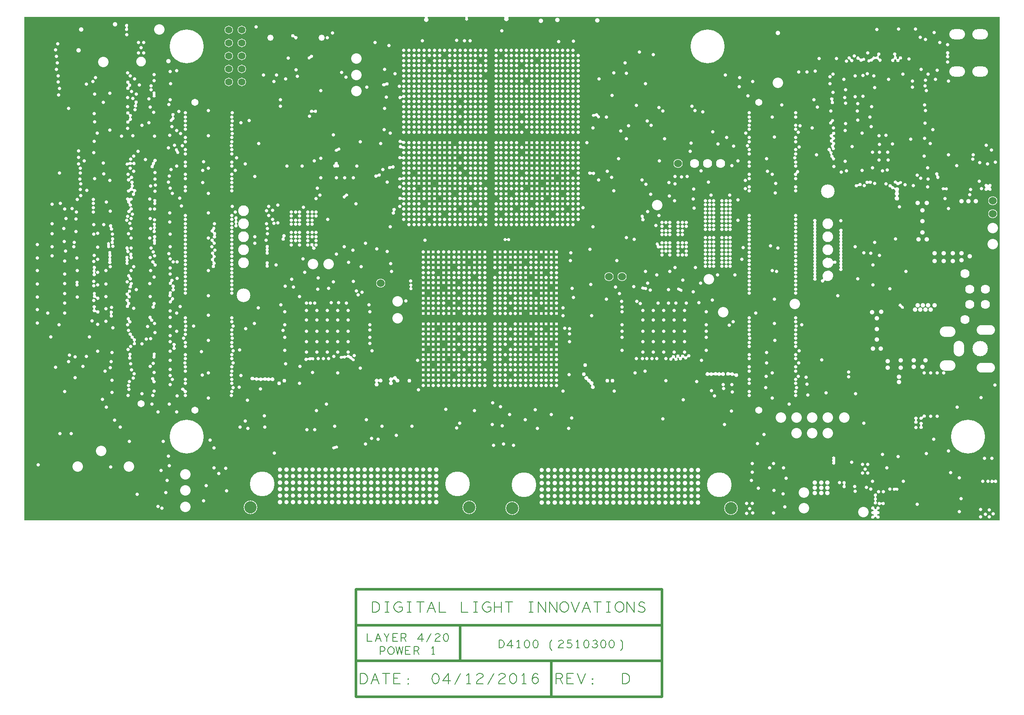
<source format=gbr>
G04 ================== begin FILE IDENTIFICATION RECORD ==================*
G04 Layout Name:  2510300_REV-D.brd*
G04 Film Name:    L04_pwr1.gbr*
G04 File Format:  Gerber RS274X*
G04 File Origin:  Cadence Allegro 16.6-2015-S051*
G04 Origin Date:  Tue Apr 12 06:53:56 2016*
G04 *
G04 Layer:  VIA CLASS/L4_PWR1*
G04 Layer:  PIN/L4_PWR1*
G04 Layer:  ETCH/L4_PWR1*
G04 Layer:  DRAWING FORMAT/TITLE_BLOCK*
G04 *
G04 Offset:    (0.00 0.00)*
G04 Mirror:    No*
G04 Mode:      Positive*
G04 Rotation:  0*
G04 FullContactRelief:  No*
G04 UndefLineWidth:     0.00*
G04 ================== end FILE IDENTIFICATION RECORD ====================*
%FSLAX25Y25*MOIN*%
%IR0*IPPOS*OFA0.00000B0.00000*MIA0B0*SFA1.00000B1.00000*%
%ADD13C,.06*%
%ADD15C,.07*%
%ADD14C,.025*%
%ADD10C,.016*%
%ADD11C,.055*%
%ADD12C,.094*%
%ADD16C,.02*%
%ADD17C,.006*%
%ADD18C,.008*%
%ADD22O,.12004X.08004*%
%ADD21O,.08004X.12004*%
%ADD20O,.14002X.07602*%
%ADD37C,.03004*%
%ADD19O,.12004X.07704*%
%ADD39C,.02404*%
%ADD36C,.03304*%
%ADD23C,.07004*%
%ADD27C,.03504*%
%ADD26C,.08004*%
%ADD25C,.02604*%
%ADD28C,.05404*%
%ADD35C,.08204*%
%ADD31C,.06504*%
%ADD29C,.07404*%
%ADD38C,.04904*%
%ADD32C,.10404*%
%ADD34C,.10504*%
%ADD30C,.26004*%
%ADD33C,.19004*%
%ADD24C,.11784*%
G75*
%LPD*%
G75*
G36*
G01X500Y500D02*
Y387500D01*
X307923D01*
X308139Y386872D01*
X308026Y386784D01*
G03X310174I1074J-1384D01*
G01X310061Y386872D01*
X310277Y387500D01*
X339027D01*
X339271Y386913D01*
X339177Y386818D01*
G03X341023I923J-918D01*
G01X340929Y386913D01*
X341173Y387500D01*
X368867D01*
X369154Y386996D01*
X369094Y386896D01*
G03X372106I1506J-896D01*
G01X372046Y386996D01*
X372333Y387500D01*
X749500D01*
Y500D01*
X500D01*
G37*
%LPC*%
G75*
G36*
G01X219285Y357289D02*
G03X219732Y357594I57J396D01*
G02X220815Y356011I1268J-294D01*
G03X220368Y355706I-57J-396D01*
G02X219285Y357289I-1268J294D01*
G37*
G36*
G01X408972Y347113D02*
G02X410813Y345272I921J-920D01*
G02X408972Y347113I-921J920D01*
G37*
G36*
G01X315381Y343558D02*
X315382D01*
G02Y340954I0J-1302D01*
G02X315381Y343558I-1J1302D01*
G37*
G36*
G01X396780Y342256D02*
G02X399384I1302J0D01*
G02X396780I-1302J-1D01*
G37*
G36*
G01X302268Y338318D02*
G02X304872I1302J1D01*
G02X302268I-1302J0D01*
G37*
G36*
G01X278258Y335001D02*
G03X277689Y334820I-204J-344D01*
G02X277163Y336471I-1189J530D01*
G03X277732Y336652I204J344D01*
G02X278258Y335001I1189J-530D01*
G37*
G36*
G01X412528Y334382D02*
G02X415132I1302J0D01*
G02X412528I-1302J-1D01*
G37*
G36*
G01X318016Y330444D02*
G02X320620I1302J1D01*
G02X318016I-1302J0D01*
G37*
G36*
G01X99147Y327687D02*
G03X99137Y328241I-293J272D01*
G02X101013Y328273I923J919D01*
G03X101023Y327719I293J-272D01*
G02X99147Y327687I-923J-919D01*
G37*
G36*
G01X416846Y323491D02*
G02X418687Y321650I921J-920D01*
G02X416846Y323491I-921J920D01*
G37*
G36*
G01X404654Y318634D02*
G02X407258I1302J0D01*
G02X404654I-1302J-1D01*
G37*
G36*
G01X441202Y312302D02*
X441402Y312102D01*
G02X440098Y310798I-2J-1302D01*
G01X439898Y310998D01*
G02X439132Y311249I2J1302D01*
G01X439064Y311298D01*
X438616Y311224D01*
X438568Y311155D01*
G02X438268Y312951I-1068J745D01*
G01X438336Y312902D01*
X438784Y312976D01*
X438832Y313045D01*
G02X441202Y312302I1068J-745D01*
G37*
G36*
G01X621241Y306688D02*
G03X620885Y306226I39J-398D01*
G02X619475Y307312I-1285J-210D01*
G03X619831Y307774I-39J398D01*
G02X621241Y306688I1285J210D01*
G37*
G36*
G01X314080Y302886D02*
G02X316684I1302J0D01*
G02X314080I-1302J-1D01*
G37*
G36*
G01X303570Y300250D02*
X303571D01*
G02X303570Y297646I0J-1302D01*
G02Y300250I0J1302D01*
G37*
G36*
G01X241680Y284718D02*
G03X241218Y284483I-93J-389D01*
G02X240320Y286250I-1202J501D01*
G03X240782Y286485I93J389D01*
G02X241680Y284718I1202J-501D01*
G37*
G36*
G01X117033Y283700D02*
G03X116774Y284170I-389J92D01*
G02X118467Y285100I426J1230D01*
G03X118726Y284630I389J-92D01*
G02X117033Y283700I-426J-1230D01*
G37*
G36*
G01X240103Y272054D02*
X239697D01*
X239641Y272006D01*
G02X238432Y274249I-841J994D01*
G01X238504Y274270D01*
X238726Y274621D01*
X238714Y274695D01*
G02X241277Y274644I1286J204D01*
G01X241263Y274574D01*
X241446Y274225D01*
X241512Y274197D01*
G02X240159Y272006I-512J-1197D01*
G01X240103Y272054D01*
G37*
G36*
G01X649179Y259580D02*
G03X648592Y259556I-282J-283D01*
G02X648521Y261320I-992J844D01*
G03X649108Y261344I282J283D01*
G02X649179Y259580I992J-844D01*
G37*
G36*
G01X672818Y258996D02*
X672456Y258836D01*
X672424Y258773D01*
G02X670004Y259035I-1160J591D01*
G01X669984Y259111D01*
X669619Y259342D01*
X669542Y259327D01*
G02X670555Y260934I-247J1278D01*
G01X670575Y260858D01*
X670940Y260627D01*
X671017Y260642D01*
G02X671610Y260619I247J-1278D01*
G01X671678Y260600D01*
X672040Y260760D01*
X672072Y260823D01*
G02X672886Y258977I1160J-591D01*
G01X672818Y258996D01*
G37*
G36*
G01X707056Y256383D02*
G03X707620Y256360I294J272D01*
G02X707544Y254517I880J-959D01*
G03X706980Y254540I-294J-272D01*
G02X707056Y256383I-880J959D01*
G37*
G36*
G01X247774Y249404D02*
G03X247336Y249030I-39J-398D01*
G02X246162Y250402I-1300J76D01*
G03X246600Y250776I39J398D01*
G02X247774Y249404I1300J-76D01*
G37*
G36*
G01X99715Y245057D02*
G03X99729Y245611I-281J284D01*
G02X101605Y245563I961J879D01*
G03X101591Y245009I281J-284D01*
G02X99715Y245057I-961J-879D01*
G37*
G36*
G01X67779Y226271D02*
G03X67943Y225683I331J-225D01*
G02X66321Y225229I-543J-1183D01*
G03X66157Y225817I-331J225D01*
G02X67779Y226271I543J1183D01*
G37*
G36*
G01X64240Y211780D02*
G03X64217Y212344I-295J270D01*
G02X66060Y212420I884J956D01*
G03X66083Y211856I295J-270D01*
G02X64240Y211780I-884J-956D01*
G37*
G36*
G01X488916Y210006D02*
X488436D01*
X488376Y209938D01*
G02X486193Y211289I-976J862D01*
G01X486224Y211364D01*
X486056Y211773D01*
X485982Y211806D01*
G02X487707Y212511I518J1194D01*
G01X487676Y212436D01*
X487844Y212027D01*
X487918Y211994D01*
G02X488375Y211662I-518J-1194D01*
G01X488435Y211595D01*
X488915D01*
X488975Y211663D01*
G02X488976Y209939I976J-861D01*
G01X488916Y210006D01*
G37*
G36*
G01X187719Y207488D02*
Y207012D01*
G02X186081I-819J-1012D01*
G01Y207488D01*
G02X186056Y209492I819J1012D01*
G01X186123Y209548D01*
X186142Y210017D01*
X186080Y210079D01*
G02X187844Y210008I920J921D01*
G01X187777Y209952D01*
X187758Y209483D01*
X187820Y209421D01*
G02X187719Y207488I-920J-921D01*
G37*
G36*
G01X80192Y199417D02*
X80168Y198977D01*
X80222Y198915D01*
G02X78358Y199018I-982J-855D01*
G01X78418Y199073D01*
X78442Y199513D01*
X78388Y199575D01*
G02X78368Y201262I982J855D01*
G01X78420Y201324D01*
X78386Y201762D01*
X78326Y201816D01*
G02X80192Y201958I864J974D01*
G01X80140Y201896D01*
X80174Y201458D01*
X80234Y201404D01*
G02X80252Y199472I-864J-974D01*
G01X80192Y199417D01*
G37*
G36*
G01X187784Y197544D02*
G03Y196956I271J-294D01*
G02X186016I-884J-956D01*
G03Y197544I-271J294D01*
G02X187784I884J956D01*
G37*
G36*
G01X628319Y194988D02*
Y194512D01*
G02X626681I-819J-1012D01*
G01Y194988D01*
G02Y197012I819J1012D01*
G01Y197488D01*
G02Y199512I819J1012D01*
G01Y199988D01*
G02Y202012I819J1012D01*
G01Y202488D01*
G02Y204512I819J1012D01*
G01Y204988D01*
G02Y207012I819J1012D01*
G01Y207488D01*
G02Y209512I819J1012D01*
G01Y209988D01*
G02Y212012I819J1012D01*
G01Y212488D01*
G02Y214512I819J1012D01*
G01Y214988D01*
G02Y217012I819J1012D01*
G01Y217488D01*
G02Y219512I819J1012D01*
G01Y219988D01*
G02Y222012I819J1012D01*
G01Y222488D01*
G02X628319I819J1012D01*
G01Y222012D01*
G02Y219988I-819J-1012D01*
G01Y219512D01*
G02Y217488I-819J-1012D01*
G01Y217012D01*
G02Y214988I-819J-1012D01*
G01Y214512D01*
G02Y212488I-819J-1012D01*
G01Y212012D01*
G02Y209988I-819J-1012D01*
G01Y209512D01*
G02Y207488I-819J-1012D01*
G01Y207012D01*
G02Y204988I-819J-1012D01*
G01Y204512D01*
G02Y202488I-819J-1012D01*
G01Y202012D01*
G02Y199988I-819J-1012D01*
G01Y199512D01*
G02Y197488I-819J-1012D01*
G01Y197012D01*
G02Y194988I-819J-1012D01*
G37*
G36*
G01X608319Y187488D02*
Y187012D01*
G02X606681I-819J-1012D01*
G01Y187488D01*
G02Y189512I819J1012D01*
G01Y189988D01*
G02Y192012I819J1012D01*
G01Y192488D01*
G02Y194512I819J1012D01*
G01Y194988D01*
G02Y197012I819J1012D01*
G01Y197488D01*
G02Y199512I819J1012D01*
G01Y199988D01*
G02Y202012I819J1012D01*
G01Y202488D01*
G02Y204512I819J1012D01*
G01Y204988D01*
G02Y207012I819J1012D01*
G01Y207488D01*
G02Y209512I819J1012D01*
G01Y209988D01*
G02Y212012I819J1012D01*
G01Y212488D01*
G02Y214512I819J1012D01*
G01Y214988D01*
G02Y217012I819J1012D01*
G01Y217488D01*
G02Y219512I819J1012D01*
G01Y219988D01*
G02Y222012I819J1012D01*
G01Y222488D01*
G02Y224512I819J1012D01*
G01Y224988D01*
G02Y227012I819J1012D01*
G01Y227488D01*
G02Y229512I819J1012D01*
G01Y229988D01*
G02X608319I819J1012D01*
G01Y229512D01*
G02Y227488I-819J-1012D01*
G01Y227012D01*
G02Y224988I-819J-1012D01*
G01Y224512D01*
G02Y222488I-819J-1012D01*
G01Y222012D01*
G02Y219988I-819J-1012D01*
G01Y219512D01*
G02Y217488I-819J-1012D01*
G01Y217012D01*
G02Y214988I-819J-1012D01*
G01Y214512D01*
G02Y212488I-819J-1012D01*
G01Y212012D01*
G02Y209988I-819J-1012D01*
G01Y209512D01*
G02Y207488I-819J-1012D01*
G01Y207012D01*
G02Y204988I-819J-1012D01*
G01Y204512D01*
G02Y202488I-819J-1012D01*
G01Y202012D01*
G02Y199988I-819J-1012D01*
G01Y199512D01*
G02Y197488I-819J-1012D01*
G01Y197012D01*
G02Y194988I-819J-1012D01*
G01Y194512D01*
G02Y192488I-819J-1012D01*
G01Y192012D01*
G02Y189988I-819J-1012D01*
G01Y189512D01*
G02Y187488I-819J-1012D01*
G37*
G36*
G01X41831Y182690D02*
G03Y182410I143J-140D01*
G02X39969I-931J-910D01*
G03Y182690I-143J140D01*
G02X41831I931J910D01*
G37*
G36*
G01X83043Y181317D02*
G03X82879Y180729I167J-363D01*
G02X81257Y181183I-1079J-729D01*
G03X81421Y181771I-167J363D01*
G02X83043Y181317I1079J729D01*
G37*
G36*
G01X476280Y179987D02*
G03X476805Y179901I311J252D01*
G02X476488Y177981I695J-1101D01*
G03X475963Y178067I-311J-252D01*
G02X476280Y179987I-695J1101D01*
G37*
G36*
G01X504004Y178896D02*
G03X504474Y178661I370J152D01*
G02X503596Y176904I326J-1261D01*
G03X503126Y177139I-370J-152D01*
G02X504004Y178896I-326J1261D01*
G37*
G36*
G01X111436Y174284D02*
G03X111509Y174839I-247J315D01*
G02X113354Y174596I1041J781D01*
G03X113281Y174041I247J-315D01*
G02X111436Y174284I-1041J-781D01*
G37*
G36*
G01X674302Y166002D02*
G03X674702Y165602I400J0D01*
G02X673398Y164298I-2J-1302D01*
G03X672998Y164698I-400J0D01*
G02X674302Y166002I2J1302D01*
G37*
G36*
G01X98225Y156159D02*
G03X98516Y155632I376J-136D01*
G02X97015Y154801I-276J-1272D01*
G03X96724Y155328I-376J136D01*
G02X98225Y156159I276J1272D01*
G37*
G36*
G01X101045Y127407D02*
G03X101005Y126850I266J-299D01*
G02X99145Y126983I-995J-840D01*
G03X99185Y127540I-266J299D01*
G02X101045Y127407I995J840D01*
G37*
G36*
G01X100197Y108924D02*
G03X100446Y108369I362J-171D01*
G02X98903Y107676I-366J-1249D01*
G03X98654Y108231I-362J171D01*
G02X100197Y108924I366J1249D01*
G37*
G36*
G01X271846Y106759D02*
Y106241D01*
G02X270154I-846J-1241D01*
G01Y106759D01*
G02X272241Y108846I846J1241D01*
G01X272759D01*
G02Y107154I1241J-846D01*
G01X272241D01*
G02X271846Y106759I-1241J846D01*
G37*
G36*
G01X239613Y55738D02*
G03X239096Y55597I-180J-357D01*
G02X238587Y57462I-1096J703D01*
G03X239104Y57603I180J357D01*
G02X239613Y55738I1096J-703D01*
G37*
G36*
G01X622971Y45633D02*
Y45367D01*
G02X621029I-971J-867D01*
G01Y45633D01*
G02Y47367I971J867D01*
G01Y47633D01*
G02X622971I971J867D01*
G01Y47367D01*
G02Y45633I-971J-867D01*
G37*
G36*
G01X669633Y23529D02*
G03X669367I-133J-150D01*
G02Y25471I-867J971D01*
G03X669633I133J150D01*
G02Y23529I867J-971D01*
G37*
G36*
G01X79615Y379147D02*
G02X78385I-615J-1147D01*
G03Y379853I-189J353D01*
G02X79615I615J1147D01*
G03Y379147I189J-353D01*
G37*
G36*
G01X208465Y372787D02*
G02X207699Y371560I535J-1187D01*
G03X207135Y371913I-400J-12D01*
G02X207901Y373140I-535J1187D01*
G03X208465Y372787I400J12D01*
G37*
G36*
G01X710115Y358147D02*
G02X708885I-615J-1147D01*
G03Y358853I-189J353D01*
G02X710115I615J1147D01*
G03Y358147I189J-353D01*
G37*
G36*
G01X644170Y353730D02*
G02X641699Y354337I-1170J571D01*
G01X641702Y354447D01*
X641235Y354758D01*
X641135Y354713D01*
G02X641901Y355863I-535J1187D01*
G01X641898Y355753D01*
X642365Y355442D01*
X642465Y355487D01*
G02X643545Y355482I535J-1187D01*
G01X643809Y355576D01*
G02X644434Y353824I1170J-570D01*
G01X644170Y353730D01*
G37*
G36*
G01X672515Y354414D02*
X672537Y354309D01*
G02X670017Y354412I-1273J-273D01*
G01X670050Y354520D01*
X669666Y354942D01*
X669555Y354919D01*
G02X669064Y354914I-259J1276D01*
G01X668960Y354932D01*
X668580Y354543D01*
X668602Y354438D01*
G02X667558Y355454I-1275J-265D01*
G01X667662Y355436D01*
X668042Y355825D01*
X668020Y355930D01*
G02X668404Y357144I1275J264D01*
G01X668482Y357218D01*
X668387Y357761D01*
X668287Y357803D01*
G02X669691Y358051I512J1197D01*
G01X669613Y357977D01*
X669708Y357434D01*
X669808Y357392D01*
G02X670542Y355819I-513J-1197D01*
G01X670509Y355711D01*
X670893Y355289D01*
X671004Y355312D01*
G02X671497Y355317I259J-1276D01*
G01X671602Y355298D01*
X671981Y355690D01*
X671959Y355795D01*
G02X672999Y354787I1273J273D01*
G01X672894Y354806D01*
X672515Y354414D01*
G37*
G36*
G01X635591Y355249D02*
G02X634565Y354272I240J-1280D01*
G03X634102Y354758I-389J93D01*
G02X635128Y355735I-240J1280D01*
G03X635591Y355249I389J-93D01*
G37*
G36*
G01X650172Y353232D02*
G02X649562Y354974I-1172J567D01*
G01X649828Y355068D01*
G02X651084Y355799I1171J-568D01*
G01X651163Y355794D01*
X651498Y356073D01*
X651507Y356152D01*
G02X653777Y356861I1293J-152D01*
G01X653843Y356786D01*
X654362Y356827D01*
X654415Y356911D01*
G02X655349Y357507I1101J-695D01*
G01X655467Y357522D01*
X655680Y358071D01*
X655604Y358162D01*
G02X656767Y357709I996J838D01*
G01X656649Y357694D01*
X656436Y357145D01*
X656512Y357054D01*
G02X656805Y356032I-996J-839D01*
G01X656790Y355931D01*
X657171Y355564D01*
X657271Y355582D01*
G02X656211Y354484I229J-1282D01*
G01X656226Y354585D01*
X655845Y354952D01*
X655745Y354934D01*
G02X654539Y355355I-229J1282D01*
G01X654473Y355430D01*
X653954Y355389D01*
X653901Y355305D01*
G02X652716Y354701I-1101J695D01*
G01X652637Y354706D01*
X652302Y354427D01*
X652293Y354348D01*
G02X650438Y353326I-1293J152D01*
G01X650172Y353232D01*
G37*
G36*
G01X81050Y333309D02*
X81091Y333217D01*
G02X79757Y333984I-1191J-527D01*
G01X79858Y333995D01*
X80120Y334451D01*
X80079Y334543D01*
G02X80067Y335567I1191J526D01*
G01X80105Y335659D01*
X79843Y336105D01*
X79745Y336117D01*
G02X81103Y336913I155J1293D01*
G01X81065Y336821D01*
X81327Y336375D01*
X81425Y336363D01*
G02X81413Y333776I-155J-1293D01*
G01X81312Y333765D01*
X81050Y333309D01*
G37*
G36*
G01X290180Y325361D02*
G02X289807Y326534I-1280J239D01*
G03X290479Y326747I279J287D01*
G02X290852Y325574I1280J-239D01*
G03X290180Y325361I-279J-287D01*
G37*
G36*
G01X621516Y322930D02*
G02X620022Y322691I-580J-1166D01*
G03X619920Y323334I-280J285D01*
G02X621414Y323573I580J1166D01*
G03X621516Y322930I280J-285D01*
G37*
G36*
G01X86654Y320182D02*
G02X85290Y320398I-855J-982D01*
G03X85396Y321068I-157J368D01*
G02X86760Y320852I855J982D01*
G03X86654Y320182I157J-368D01*
G37*
G36*
G01X222147Y314385D02*
G02Y315615I-1147J615D01*
G03X222853I353J189D01*
G02Y314385I1147J-615D01*
G03X222147I-353J-189D01*
G37*
G36*
G01X114495Y308033D02*
G02X113075Y309196I-1295J-133D01*
G01X113255Y309415D01*
G02X113967Y310712I1295J133D01*
G01Y311289D01*
G02X115133I583J1164D01*
G01Y310712D01*
G02X114675Y308252I-583J-1164D01*
G01X114495Y308033D01*
G37*
G36*
G01X81128Y307146D02*
X81157Y307040D01*
G02X80135Y307981I-1257J-340D01*
G01X80243Y307961D01*
X80622Y308372D01*
X80593Y308478D01*
G02X81267Y309982I1257J340D01*
G01Y310559D01*
G02X80583Y312022I583J1164D01*
G01X80607Y312127D01*
X80231Y312526D01*
X80124Y312507D01*
G02X81167Y313491I-224J1283D01*
G01X81143Y313386D01*
X81519Y312987D01*
X81626Y313006D01*
G02X82433Y310559I224J-1283D01*
G01Y309982D01*
G02X81615Y307537I-583J-1164D01*
G01X81507Y307557D01*
X81128Y307146D01*
G37*
G36*
G01X290968Y292086D02*
G02X290515Y290666I791J-1035D01*
G03X289891Y290866I-382J-118D01*
G02X290344Y292286I-791J1035D01*
G03X290968Y292086I382J118D01*
G37*
G36*
G01X291016Y288184D02*
G02X290544Y286646I743J-1069D01*
G03X289943Y286831I-373J-144D01*
G02X290415Y288369I-743J1069D01*
G03X291016Y288184I373J144D01*
G37*
G36*
G01X622297Y287523D02*
X622360Y287491D01*
G02X620514Y286677I-591J-1160D01*
G01X620533Y286745D01*
X620373Y287107D01*
X620310Y287139D01*
G02X620399Y289501I591J1160D01*
G01X620467Y289529D01*
X620651Y289892D01*
X620634Y289963D01*
G02X620614Y290472I1266J305D01*
G01X620629Y290563D01*
X620307Y290935D01*
X620215Y290934D01*
G02X620135Y293536I-15J1302D01*
G01X620224Y293541D01*
X620524Y293911D01*
X620509Y293999D01*
G02Y294409I1286J205D01*
G01X620524Y294501D01*
X620198Y294874D01*
X620104Y294871D01*
G02X620231Y297465I-31J1302D01*
G01X620330Y297453D01*
X620690Y297829D01*
X620674Y297928D01*
G02X621800Y296850I1284J214D01*
G01X621701Y296862D01*
X621341Y296486D01*
X621357Y296387D01*
G02X621359Y295969I-1284J-215D01*
G01X621344Y295877D01*
X621670Y295504D01*
X621764Y295507D01*
G02X621860Y292905I31J-1302D01*
G01X621771Y292900D01*
X621471Y292530D01*
X621486Y292442D01*
G02Y292032I-1286J-205D01*
G01X621471Y291941D01*
X621793Y291569D01*
X621885Y291570D01*
G02X622402Y289066I16J-1302D01*
G01X622334Y289038D01*
X622150Y288675D01*
X622167Y288604D01*
G02X622156Y287953I-1266J-304D01*
G01X622137Y287885D01*
X622297Y287523D01*
G37*
G36*
G01X290662Y279942D02*
G02X290593Y278662I1097J-701D01*
G03X289897Y278699I-358J-178D01*
G02X289966Y279979I-1097J701D01*
G03X290662Y279942I358J178D01*
G37*
G36*
G01X622116Y279730D02*
G02X620562Y278689I-273J-1273D01*
G03X620252Y279152I-394J72D01*
G02X619588Y281329I273J1273D01*
G01X619663Y281407D01*
X619542Y281943D01*
X619441Y281981D01*
G02X618715Y283739I459J1219D01*
G01X618758Y283833D01*
X618489Y284294D01*
X618386Y284303D01*
G02X619685Y285061I114J1297D01*
G01X619642Y284967D01*
X619911Y284506D01*
X620014Y284497D01*
G02X620837Y282296I-114J-1297D01*
G01X620762Y282218D01*
X620883Y281682D01*
X620984Y281644D01*
G02X621806Y280193I-459J-1218D01*
G03X622116Y279730I394J-72D01*
G37*
G36*
G01X80535Y273762D02*
G02X80101Y275497I-1135J638D01*
G03X80665Y275638I215J337D01*
G02X82897Y275701I1135J-638D01*
G01X82954Y275612D01*
X83493Y275593D01*
X83555Y275677D01*
G02X83503Y274199I1045J-777D01*
G01X83446Y274288D01*
X82907Y274307D01*
X82845Y274223D01*
G02X81099Y273903I-1045J777D01*
G03X80535Y273762I-215J-337D01*
G37*
G36*
G01X99825Y273072D02*
G02X98173Y273674I-1155J-602D01*
G03X98375Y274228I-152J369D01*
G02X99312Y276114I1155J602D01*
G01X99409Y276130D01*
X99650Y276581D01*
X99610Y276671D01*
G02X101018Y275916I1190J529D01*
G01X100921Y275900D01*
X100680Y275449D01*
X100720Y275359D01*
G02X100027Y273626I-1190J-529D01*
G03X99825Y273072I152J-369D01*
G37*
G36*
G01X282149Y271088D02*
G02X281840Y272695I-1149J612D01*
G03X282451Y272812I258J305D01*
G02X282760Y271205I1149J-612D01*
G03X282149Y271088I-258J-305D01*
G37*
G36*
G01X436481Y268111D02*
G02X436377Y266642I1019J-810D01*
G03X435719Y266689I-345J-202D01*
G02X435823Y268158I-1019J810D01*
G03X436481Y268111I345J202D01*
G37*
G36*
G01X593945Y266811D02*
G02X592648Y267827I-1270J-286D01*
G03X593030Y268314I-8J400D01*
G02X594327Y267298I1270J286D01*
G03X593945Y266811I8J-400D01*
G37*
G36*
G01X271709Y264716D02*
G02X271204Y266296I-1209J484D01*
G03X271791Y266484I216J336D01*
G02X272296Y264904I1209J-484D01*
G03X271709Y264716I-216J-336D01*
G37*
G36*
G01X702380Y265545D02*
G02X700931Y265044I-381J-1245D01*
G03X700720Y265655I-328J229D01*
G02X702169Y266156I381J1245D01*
G03X702380Y265545I328J-229D01*
G37*
G36*
G01X290014Y262629D02*
G02X289850Y263870I-1214J471D01*
G03X290545Y263963I322J237D01*
G02X290709Y262722I1214J-471D01*
G03X290014Y262629I-322J-237D01*
G37*
G36*
G01X81777Y262555D02*
G02X80990Y263506I-1277J-255D01*
G03X81533Y263955I151J370D01*
G02X82320Y263004I1277J255D01*
G03X81777Y262555I-151J-370D01*
G37*
G36*
G01X640672Y257520D02*
G02X640270Y258768I-1272J279D01*
G03X640928Y258980I267J298D01*
G02X641330Y257732I1272J-279D01*
G03X640672Y257520I-267J-298D01*
G37*
G36*
G01X740204Y254490D02*
X740147Y254385D01*
G02X738385Y256147I-1147J615D01*
G01X738490Y256204D01*
Y256796D01*
X738385Y256853D01*
G02X740147Y258615I615J1147D01*
G01X740204Y258510D01*
X740796D01*
X740853Y258615D01*
G02X742615Y256853I1147J-615D01*
G01X742510Y256796D01*
Y256204D01*
X742615Y256147D01*
G02X740853Y254385I-615J-1147D01*
G01X740796Y254490D01*
X740204D01*
G37*
G36*
G01X85102Y252146D02*
X85179Y252058D01*
G02X83985Y252484I-979J-858D01*
G01X84101Y252504D01*
X84298Y253054D01*
X84221Y253142D01*
G02X83911Y253820I979J858D01*
G01X83895Y253928D01*
X83392Y254161D01*
X83300Y254102D01*
G02X82281Y253938I-699J1098D01*
G03X81788Y253609I-97J-388D01*
G02X80819Y255062I-1288J191D01*
G03X81312Y255391I97J388D01*
G02X82116Y256409I1288J-191D01*
G01X82204Y256444D01*
X82355Y256917D01*
X82304Y256996D01*
G02X82558Y258693I1096J703D01*
G01X82639Y258762D01*
X82581Y259301D01*
X82487Y259351D01*
G02X83942Y259507I613J1149D01*
G01X83861Y259438D01*
X83919Y258899D01*
X84013Y258849D01*
G02X83884Y256491I-613J-1149D01*
G01X83796Y256456D01*
X83645Y255983D01*
X83696Y255904D01*
G02X83889Y255380I-1097J-702D01*
G01X83905Y255272D01*
X84408Y255039D01*
X84500Y255098D01*
G02X85415Y252716I700J-1098D01*
G01X85299Y252696D01*
X85102Y252146D01*
G37*
G36*
G01X290751Y248568D02*
G02X290580Y247192I1008J-824D01*
G03X289908Y247276I-362J-169D01*
G02X290079Y248652I-1008J824D01*
G03X290751Y248568I362J169D01*
G37*
G36*
G01X671370Y249621D02*
G02X669630I-870J-1521D01*
G01Y250179D01*
G02X669375Y253043I870J1521D01*
G03Y253657I-256J307D01*
G02X668752Y254888I1125J1343D01*
G01X668744Y255009D01*
X668200Y255251D01*
X668105Y255177D01*
G02X665999Y256142I-805J1023D01*
G03X665529Y256518I-399J-17D01*
G02X666601Y257858I-229J1282D01*
G03X667071Y257482I399J17D01*
G02X668579Y256442I229J-1282D01*
G01X668602Y256323D01*
X669171Y256148D01*
X669256Y256234D01*
G02X671625Y253657I1243J-1234D01*
G03Y253043I256J-307D01*
G02X671370Y250179I-1125J-1343D01*
G01Y249621D01*
G37*
G36*
G01X81983Y244249D02*
X82078Y244232D01*
G02X80658Y243474I-228J-1282D01*
G01X80697Y243562D01*
X80457Y244011D01*
X80362Y244028D01*
G02X79441Y245922I228J1282D01*
G03X79248Y246477I-353J188D01*
G02X80862Y248378I522J1193D01*
G01X80917Y248294D01*
X81439Y248261D01*
X81504Y248338D01*
G02X82280Y246217I996J-838D01*
G01X82170Y246236D01*
X81798Y245809D01*
X81832Y245702D01*
G02X81782Y244786I-1242J-392D01*
G01X81743Y244698D01*
X81983Y244249D01*
G37*
G36*
G01X82082Y238228D02*
G02X80819Y239302I-1282J-228D01*
G03X81218Y239772I5J400D01*
G02X82481Y238698I1282J228D01*
G03X82082Y238228I-5J-400D01*
G37*
G36*
G01X284770Y237668D02*
G02X283289Y237997I-970J-868D01*
G03X283430Y238632I-157J368D01*
G02X284911Y238303I970J868D01*
G03X284770Y237668I157J-368D01*
G37*
G36*
G01X476003Y232814D02*
G02X474463Y232501I-563J-1174D01*
G03X474337Y233126I-300J265D01*
G02X475877Y233439I563J1174D01*
G03X476003Y232814I300J-265D01*
G37*
G36*
G01X163510Y228204D02*
X163615Y228147D01*
G02X162385I-615J-1147D01*
G01X162490Y228204D01*
Y228796D01*
X162385Y228853D01*
G02Y231147I615J1147D01*
G01X162490Y231204D01*
Y231796D01*
X162385Y231853D01*
G02X163615I615J1147D01*
G01X163510Y231796D01*
Y231204D01*
X163615Y231147D01*
G02Y228853I-615J-1147D01*
G01X163510Y228796D01*
Y228204D01*
G37*
G36*
G01X100861Y223728D02*
X100952Y223663D01*
G02X99601Y223756I-752J-1063D01*
G01X99700Y223808D01*
X99739Y224372D01*
X99648Y224437D01*
G02X99570Y226503I752J1063D01*
G01X99646Y226566D01*
X99627Y227081D01*
X99547Y227138D01*
G02X101130Y227197I753J1062D01*
G01X101054Y227134D01*
X101073Y226619D01*
X101153Y226562D01*
G02X100999Y224344I-753J-1062D01*
G01X100900Y224292D01*
X100861Y223728D01*
G37*
G36*
G01X147420Y219421D02*
G02X145656Y219492I-920J-921D01*
G03X145680Y220079I-259J305D01*
G02X145320Y221240I920J922D01*
G01X145339Y221340D01*
X144975Y221723D01*
X144874Y221710D01*
G02X144418Y224271I-174J1290D01*
G03X144724Y224741I-86J391D01*
G02X146282Y223729I1276J259D01*
G03X145976Y223259I86J-391D01*
G02X145980Y222760I-1276J-260D01*
G01X145961Y222660D01*
X146325Y222277D01*
X146426Y222290D01*
G02X147444Y220008I174J-1290D01*
G03X147420Y219421I259J-305D01*
G37*
G36*
G01X200217Y217513D02*
G02X198642Y217876I-1017J-813D01*
G03X198783Y218487I-172J361D01*
G02X200358Y218124I1017J813D01*
G03X200217Y217513I172J-361D01*
G37*
G36*
G01X370653Y215787D02*
G02Y216985I-1042J599D01*
G03X371347I347J199D01*
G02Y215787I1042J-599D01*
G03X370653I-347J-199D01*
G37*
G36*
G01X68789Y215135D02*
G02X67394Y215252I-789J-1035D01*
G03X67451Y215925I-186J355D01*
G02X68846Y215808I789J1035D01*
G03X68789Y215135I186J-355D01*
G37*
G36*
G01X146271Y214900D02*
G02X144982Y214059I-71J-1300D01*
G03X144629Y214600I-374J141D01*
G02X145918Y215441I71J1300D01*
G03X146271Y214900I374J-141D01*
G37*
G36*
G01X101343Y214339D02*
G02X99467Y214307I-923J-919D01*
G03X99457Y214861I-293J272D01*
G02X99699Y216890I923J919D01*
G01X99789Y216945D01*
X99813Y217489D01*
X99727Y217552D01*
G02X101181Y217490I773J1048D01*
G01X101091Y217435D01*
X101067Y216891D01*
X101153Y216828D01*
G02X101333Y214893I-773J-1048D01*
G03X101343Y214339I293J-272D01*
G37*
G36*
G01X222756Y211101D02*
G02X221695Y210489I44J-1301D01*
G03X221343Y211101I-339J212D01*
G02X222404Y211713I-44J1301D01*
G03X222756Y211101I339J-212D01*
G37*
G36*
G01X80487Y208408D02*
G02X79001Y208035I-487J-1208D01*
G03X78843Y208662I-307J256D01*
G02X80329Y209035I487J1208D01*
G03X80487Y208408I307J-256D01*
G37*
G36*
G01X83212Y203590D02*
G02X81596Y203437I-712J-1090D01*
G03X81538Y204060I-277J288D01*
G02X83154Y204213I712J1090D01*
G03X83212Y203590I277J-288D01*
G37*
G36*
G01X66940Y199794D02*
G02X65260I-840J-994D01*
G03Y200406I-258J306D01*
G02X65347Y202462I840J994D01*
G01X65427Y202519D01*
X65446Y203034D01*
X65370Y203097D01*
G02X65240Y204980I830J1003D01*
G03X65217Y205544I-295J270D01*
G02X67060Y205620I884J956D01*
G03X67083Y205056I295J-270D01*
G02X66953Y203038I-883J-956D01*
G01X66873Y202981D01*
X66854Y202466D01*
X66930Y202403D01*
G02X66940Y200406I-830J-1003D01*
G03Y199794I258J-306D01*
G37*
G36*
G01X100747Y198175D02*
G02X99682Y197390I133J-1295D01*
G03X99273Y197945I-368J157D01*
G02X100338Y198730I-133J1295D01*
G03X100747Y198175I368J-157D01*
G37*
G36*
G01X621537Y197772D02*
G02X621279Y200096I-4037J728D01*
G03X621942Y199981I368J156D01*
G02X622158Y198030I958J-881D01*
G03X621537Y197772I-227J-329D01*
G37*
G36*
G01X146533Y196613D02*
X146595Y196540D01*
G02X144988Y196849I-995J-840D01*
G01X145072Y196894D01*
X145167Y197387D01*
X145105Y197460D01*
G02X145057Y199079I995J840D01*
G01X145125Y199170D01*
X144910Y199696D01*
X144798Y199714D01*
G02X144742Y202276I202J1286D01*
G01X144838Y202296D01*
X145066Y202752D01*
X145024Y202840D01*
G02X145102Y204100I1176J560D01*
G01X145161Y204192D01*
X144928Y204695D01*
X144820Y204711D01*
G02X146098Y205300I181J1289D01*
G01X146039Y205208D01*
X146272Y204705D01*
X146380Y204689D01*
G02X146458Y202124I-181J-1289D01*
G01X146362Y202104D01*
X146134Y201648D01*
X146176Y201560D01*
G02X146043Y200221I-1176J-559D01*
G01X145975Y200130D01*
X146190Y199604D01*
X146302Y199586D01*
G02X146712Y197151I-202J-1286D01*
G01X146628Y197106D01*
X146533Y196613D01*
G37*
G36*
G01X54773Y190619D02*
X54853Y190562D01*
G02X53270Y190503I-753J-1062D01*
G01X53346Y190566D01*
X53327Y191081D01*
X53247Y191138D01*
G02X53342Y193323I753J1062D01*
G01X53433Y193377D01*
X53471Y193916D01*
X53389Y193981D01*
G02X54858Y193877I810J1019D01*
G01X54767Y193823D01*
X54729Y193284D01*
X54811Y193219D01*
G02X54830Y191197I-811J-1019D01*
G01X54754Y191134D01*
X54773Y190619D01*
G37*
G36*
G01X82078Y187532D02*
G02X80658Y186774I-228J-1282D01*
G03X80362Y187328I-366J160D01*
G02X81782Y188086I228J1282D01*
G03X82078Y187532I366J-160D01*
G37*
G36*
G01X614700Y184670D02*
G02X613535Y185895I-1300J-70D01*
G03X613925Y186489I41J398D01*
G02X615313Y185030I3575J2011D01*
G03X614700Y184670I-213J-338D01*
G37*
G36*
G01X113743Y183231D02*
G02X112336Y183994I-1193J-521D01*
G03X112637Y184549I-66J395D01*
G02X114044Y183786I1193J521D01*
G03X113743Y183231I66J-395D01*
G37*
G36*
G01X297913Y179653D02*
G02X296715I-599J-1042D01*
G03Y180347I-199J347D01*
G02X297913I599J1042D01*
G03Y179653I199J-347D01*
G37*
G36*
G01X115429Y178824D02*
G02X114071I-679J-1111D01*
G03Y179507I-208J341D01*
G02X115429I679J1111D01*
G03Y178824I208J-341D01*
G37*
G36*
G01X81082Y173699D02*
G02X79724Y172661I-83J-1299D01*
G03X79358Y173141I-392J81D01*
G02X79589Y175733I82J1299D01*
G01X79704Y175720D01*
X80048Y176182D01*
X80003Y176288D01*
G02X81051Y175507I1197J512D01*
G01X80936Y175520D01*
X80592Y175058D01*
X80637Y174952D01*
G02X80716Y174179I-1197J-513D01*
G03X81082Y173699I392J-81D01*
G37*
G36*
G01X56191Y172397D02*
X56287Y172449D01*
G02X55600Y171222I613J-1149D01*
G01X55594Y171331D01*
X55109Y171603D01*
X55013Y171551D01*
G02X53370Y173497I-613J1149D01*
G03X53323Y174037I-316J245D01*
G02X55230Y174203I877J963D01*
G03X55277Y173663I316J-245D01*
G02X55700Y172778I-877J-963D01*
G01X55706Y172669D01*
X56191Y172397D01*
G37*
G36*
G01X113744Y169049D02*
G02X112695Y169824I-1194J-519D01*
G03X113106Y170381I44J398D01*
G02X114155Y169606I1194J519D01*
G03X113744Y169049I-44J-398D01*
G37*
G36*
G01X80757Y165567D02*
G02X79157Y166218I-1167J-577D01*
G03X79383Y166773I-132J377D01*
G02X79370Y167900I1167J577D01*
G01X79410Y167985D01*
X79196Y168434D01*
X79104Y168457D01*
G02X80600Y169170I316J1263D01*
G01X80560Y169085D01*
X80774Y168636D01*
X80866Y168613D01*
G02X80983Y166122I-316J-1263D01*
G03X80757Y165567I132J-377D01*
G37*
G36*
G01X100390Y165345D02*
G02X98945Y165720I-990J-845D01*
G03X99110Y166355I-139J375D01*
G02X100555Y165980I990J845D01*
G03X100390Y165345I139J-375D01*
G37*
G36*
G01X55954Y161702D02*
X56042Y161779D01*
G02X55616Y160585I858J-979D01*
G01X55596Y160701D01*
X55046Y160898D01*
X54958Y160821D01*
G02X53514Y162962I-859J978D01*
G01Y163538D01*
G02X54686I586J1162D01*
G01Y162962D01*
G02X55384Y162015I-586J-1163D01*
G01X55404Y161899D01*
X55954Y161702D01*
G37*
G36*
G01X67879Y158759D02*
G02X66521I-679J-1111D01*
G03Y159442I-208J342D01*
G02X67879I679J1111D01*
G03Y158759I208J-341D01*
G37*
G36*
G01X81736Y154456D02*
G02X80290Y153709I-257J-1276D01*
G03X80004Y154264I-365J163D01*
G02X81450Y155011I257J1276D01*
G03X81736Y154456I365J-163D01*
G37*
G36*
G01X85573Y137540D02*
G02X84427I-573J-1169D01*
G01Y138121D01*
G02X83731Y139582I573J1169D01*
G01X83754Y139680D01*
X83415Y140077D01*
X83315Y140071D01*
G02X82030Y141874I-85J1299D01*
G01X82070Y141971D01*
X81782Y142425D01*
X81677Y142429D01*
G02X82930Y143226I53J1301D01*
G01X82890Y143129D01*
X83178Y142675D01*
X83283Y142671D01*
G02X84499Y141078I-53J-1301D01*
G01X84476Y140980D01*
X84815Y140583D01*
X84915Y140589D01*
G02X85573Y138121I85J-1299D01*
G01Y137540D01*
G37*
G36*
G01X116109Y133937D02*
G02X114769I-670J-1117D01*
G03Y134622I-206J343D01*
G02X116109I670J1117D01*
G03Y133937I206J-342D01*
G37*
G36*
G01X82152Y126363D02*
G02X80801Y126456I-752J-1063D01*
G03X80848Y127137I-184J355D01*
G02X82199Y127044I752J1063D01*
G03X82152Y126363I184J-355D01*
G37*
G36*
G01X501926Y125096D02*
X501983Y124997D01*
G02X499588Y124628I-1125J-655D01*
G01X499611Y124733D01*
X499231Y125129D01*
X499125Y125109D01*
G02X498659I-233J1281D01*
G01X498560Y125127D01*
X498179Y124765D01*
X498192Y124664D01*
G02X497131Y125781I-1292J-164D01*
G01X497230Y125763D01*
X497611Y126125D01*
X497598Y126226D01*
G02X500160Y126104I1292J164D01*
G01X500137Y125999D01*
X500517Y125603D01*
X500623Y125623D01*
G02X500836Y125644I234J-1281D01*
G01X500950Y125646D01*
X501232Y126146D01*
X501175Y126245D01*
G02X503559Y126567I1125J655D01*
G01X503530Y126459D01*
X503919Y126050D01*
X504029Y126073D01*
G02X504319Y126102I274J-1273D01*
G01X504413Y126101D01*
X504735Y126479D01*
X504718Y126572D01*
G02X507284Y127017I1282J228D01*
G01X507300Y126924D01*
X507736Y126677D01*
X507824Y126712D01*
G02X508835Y126687I476J-1212D01*
G01X508936Y126641D01*
X509403Y126952D01*
X509400Y127063D01*
G02X510166Y125914I1301J38D01*
G01X510065Y125960D01*
X509598Y125649D01*
X509601Y125538D01*
G02X507016Y125283I-1301J-37D01*
G01X507000Y125376D01*
X506564Y125623D01*
X506476Y125588D01*
G02X505981Y125498I-476J1212D01*
G01X505887Y125499D01*
X505565Y125121D01*
X505582Y125028D01*
G02X503041Y125133I-1282J-228D01*
G01X503070Y125241D01*
X502681Y125650D01*
X502571Y125627D01*
G02X502322Y125598I-274J1273D01*
G01X502208Y125596D01*
X501926Y125096D01*
G37*
G36*
G01X218061Y123954D02*
X218020Y123846D01*
G02X217798Y125136I-1220J454D01*
G01X217872Y125048D01*
X218439Y125146D01*
X218480Y125254D01*
G02X220580Y125760I1220J-454D01*
G03X221120I270J295D01*
G02Y123840I880J-960D01*
G03X220580I-270J-295D01*
G02X218702Y123964I-880J960D01*
G01X218628Y124052D01*
X218061Y123954D01*
G37*
G36*
G01X252761Y125283D02*
X252847Y125293D01*
G02X251700Y123931I153J-1293D01*
G01X251695Y124018D01*
X251339Y124317D01*
X251253Y124307D01*
G02X249875Y125160I-153J1293D01*
G01X249850Y125228D01*
X249500Y125431D01*
X249428Y125418D01*
G02X248221Y125842I-228J1282D01*
G01X248144Y125929D01*
X247575Y125812D01*
X247539Y125701D01*
G02X245435Y125126I-1240J399D01*
G03X244854Y125073I-266J-299D01*
G02X244692Y126847I-1027J801D01*
G03X245273Y126900I266J299D01*
G02X247279Y126958I1027J-800D01*
G01X247356Y126871D01*
X247925Y126988D01*
X247961Y127099D01*
G02X250425Y127140I1239J-399D01*
G01X250450Y127072D01*
X250800Y126869D01*
X250872Y126882D01*
G02X252400Y125669I228J-1282D01*
G01X252405Y125582D01*
X252761Y125283D01*
G37*
G36*
G01X526185Y112077D02*
G02Y113923I-1185J923D01*
G03X526815I315J246D01*
G02X529213Y113886I1185J-923D01*
G01X529278Y113797D01*
X529833Y113832D01*
X529886Y113928D01*
G02X532378Y114132I1314J-728D01*
G01X532432Y114063D01*
X532903Y114029D01*
X532967Y114090D01*
G02X535241Y113846I1033J-1090D01*
G01X535759D01*
G02Y112154I1241J-846D01*
G01X535241D01*
G02X532822Y112068I-1241J846D01*
G01X532768Y112137D01*
X532297Y112171D01*
X532233Y112110D01*
G02X529987Y112314I-1033J1090D01*
G01X529922Y112403D01*
X529367Y112368D01*
X529314Y112272D01*
G02X526815Y112077I-1314J728D01*
G03X526185I-315J-246D01*
G37*
G36*
G01X546038Y113158D02*
X546118Y113242D01*
G02X545755Y111790I1082J-1042D01*
G01X545723Y111901D01*
X545162Y112042D01*
X545082Y111958D01*
G02X542686Y112272I-1082J1042D01*
G01X542633Y112368D01*
X542078Y112403D01*
X542013Y112314D01*
G02X542114Y113928I-1213J886D01*
G01X542167Y113832D01*
X542722Y113797D01*
X542787Y113886D01*
G02X545445Y113410I1213J-886D01*
G01X545477Y113299D01*
X546038Y113158D01*
G37*
G36*
G01X183367Y108368D02*
X183314Y108272D01*
G02X180686I-1314J728D01*
G01X180633Y108368D01*
X180078Y108403D01*
X180013Y108314D01*
G02X177438Y108568I-1213J886D01*
G01X177391Y108668D01*
X176835Y108738D01*
X176765Y108652D01*
G02X176962Y110232I-1165J948D01*
G01X177009Y110132D01*
X177565Y110062D01*
X177635Y110148D01*
G02X180114Y109928I1165J-948D01*
G01X180167Y109832D01*
X180722Y109797D01*
X180787Y109886D01*
G02X183213I1213J-886D01*
G01X183278Y109797D01*
X183833Y109832D01*
X183886Y109928D01*
G02X186378Y110132I1314J-728D01*
G01X186432Y110063D01*
X186903Y110029D01*
X186967Y110090D01*
G02X189241Y109846I1033J-1090D01*
G01X189759D01*
G02Y108154I1241J-846D01*
G01X189241D01*
G02X186822Y108068I-1241J846D01*
G01X186768Y108137D01*
X186297Y108171D01*
X186233Y108110D01*
G02X183987Y108314I-1033J1090D01*
G01X183922Y108403D01*
X183367Y108368D01*
G37*
G36*
G01X282923Y107185D02*
G02X281077I-923J-1185D01*
G03Y107815I-246J315D01*
G02X282921Y110187I922J1186D01*
G01X283005Y110121D01*
X283523Y110294D01*
X283551Y110397D01*
G02X286500Y109920I1449J-396D01*
G03X286920Y109500I399J-21D01*
G02X285500Y108080I80J-1500D01*
G03X285080Y108500I-399J21D01*
G02X284079Y108813I-80J1500D01*
G01X283995Y108879D01*
X283477Y108706D01*
X283449Y108603D01*
G02X282923Y107815I-1449J397D01*
G03Y107185I246J-315D01*
G37*
G36*
G01X437294Y104477D02*
X437397Y104449D01*
G02X435813Y103921I-397J-1449D01*
G01X435879Y104005D01*
X435706Y104523D01*
X435603Y104551D01*
G02X434500Y106080I397J1449D01*
G01X434505Y106169D01*
X434169Y106505D01*
X434080Y106500D01*
G02X432500Y108080I-80J1500D01*
G01X432505Y108169D01*
X432169Y108505D01*
X432080Y108500D01*
G02X433500Y109920I-80J1500D01*
G01X433495Y109831D01*
X433831Y109495D01*
X433920Y109500D01*
G02X435500Y107920I80J-1500D01*
G01X435495Y107831D01*
X435831Y107495D01*
X435920Y107500D01*
G02X437187Y105079I80J-1500D01*
G01X437121Y104995D01*
X437294Y104477D01*
G37*
G36*
G01X123859Y100861D02*
G02X122768Y99686I206J-1286D01*
G03X122306Y100114I-399J33D01*
G02X123397Y101289I-206J1286D01*
G03X123859Y100861I399J-33D01*
G37*
G36*
G01X690397Y79115D02*
G02X689639Y80185I-1297J-115D01*
G03X690203Y80585I166J364D01*
G02X690961Y79515I1297J115D01*
G03X690397Y79115I-166J-364D01*
G37*
G36*
G01X685715Y77147D02*
G02X684485I-615J-1147D01*
G03Y77853I-189J353D01*
G02X685715I615J1147D01*
G03Y77147I189J-353D01*
G37*
G36*
G01X689715Y73147D02*
G02X688485I-615J-1147D01*
G03Y73853I-189J353D01*
G02X689715I615J1147D01*
G03Y73147I189J-353D01*
G37*
G36*
G01X744571Y29760D02*
G02Y31240I-1071J740D01*
G03X745229I329J228D01*
G02Y29760I1071J-740D01*
G03X744571I-329J-228D01*
G37*
G36*
G01X630615Y27647D02*
G02X629385I-615J-1147D01*
G03Y28353I-189J353D01*
G02X630615I615J1147D01*
G03Y27647I189J-353D01*
G37*
G36*
G01X654510Y15204D02*
X654615Y15147D01*
G02X653385I-615J-1147D01*
G01X653490Y15204D01*
Y15796D01*
X653385Y15853D01*
G02Y18147I615J1147D01*
G01X653490Y18204D01*
Y18796D01*
X653385Y18853D01*
G02X654615I615J1147D01*
G01X654510Y18796D01*
Y18204D01*
X654615Y18147D01*
G02Y15853I-615J-1147D01*
G01X654510Y15796D01*
Y15204D01*
G37*
G36*
G01X658147Y12885D02*
G02Y14115I-1147J615D01*
G03X658853I353J189D01*
G02Y12885I1147J-615D01*
G03X658147I-353J-189D01*
G37*
G36*
G01X653304Y2954D02*
X653295Y2867D01*
G02X652235Y4281I-1295J133D01*
G01X652321Y4265D01*
X652696Y4546D01*
X652705Y4633D01*
G02X652723Y4753I1295J-133D01*
G01X652743Y4858D01*
X652358Y5243D01*
X652253Y5223D01*
G02X652235Y7781I-253J1277D01*
G01X652321Y7765D01*
X652696Y8046D01*
X652705Y8133D01*
G02X652723Y8253I1295J-133D01*
G01X652743Y8358D01*
X652358Y8743D01*
X652253Y8723D01*
G02X653277Y9747I-253J1277D01*
G01X653257Y9642D01*
X653642Y9257D01*
X653747Y9277D01*
G02X654253I253J-1277D01*
G01X654358Y9257D01*
X654743Y9642D01*
X654723Y9747D01*
G02X655747Y8723I1277J253D01*
G01X655642Y8743D01*
X655257Y8358D01*
X655277Y8253D01*
G02X655295Y8133I-1277J-253D01*
G01X655304Y8046D01*
X655679Y7765D01*
X655765Y7781D01*
G02X655747Y5223I235J-1281D01*
G01X655642Y5243D01*
X655257Y4858D01*
X655277Y4753D01*
G02X655295Y4633I-1277J-253D01*
G01X655304Y4546D01*
X655679Y4265D01*
X655765Y4281D01*
G02X654705Y2867I235J-1281D01*
G01X654696Y2954D01*
X654321Y3235D01*
X654235Y3219D01*
G02X653765I-235J1281D01*
G01X653679Y3235D01*
X653304Y2954D01*
G37*
G54D22*
X709587Y145492D03*
Y119508D03*
G54D21*
X718248Y132500D03*
G54D20*
X738720Y147067D03*
Y117933D03*
G54D37*
X196000Y106000D03*
X200000Y108000D03*
X296000D03*
X431000Y120000D03*
X430000Y113000D03*
X448100Y108000D03*
X452100Y107800D03*
G54D19*
X734452Y374370D03*
Y345630D03*
X716736Y374370D03*
Y345630D03*
G54D39*
X303570Y247744D03*
Y267429D03*
Y259555D03*
Y263492D03*
Y251681D03*
X303571Y279241D03*
X303570Y271366D03*
X306708Y108344D03*
X310644D03*
Y104408D03*
X306708Y112282D03*
Y116218D03*
Y120156D03*
X310644Y116218D03*
Y120156D03*
Y124092D03*
X318518D03*
X314582Y116218D03*
X318518Y112282D03*
X314582D03*
X318518Y116218D03*
Y120156D03*
X314582Y124092D03*
X306708Y131966D03*
X314582Y143778D03*
X310644Y139841D03*
X306708D03*
X318518Y135904D03*
X310644D03*
X314582Y128030D03*
Y135904D03*
X306708D03*
X310644Y128030D03*
X318518Y143778D03*
Y139841D03*
X314582Y131966D03*
X310644Y143778D03*
X318518Y131966D03*
X306708Y128030D03*
X318518Y151652D03*
X314582Y147715D03*
Y159548D03*
Y151652D03*
X318518Y159548D03*
X310644D03*
Y147715D03*
X306708Y159548D03*
Y147715D03*
Y151652D03*
X318518Y179234D03*
Y175296D03*
Y163485D03*
X306708Y179234D03*
Y175296D03*
Y171359D03*
X314582Y179234D03*
X310644Y171359D03*
Y163485D03*
X314582Y175296D03*
Y171359D03*
X310644Y167422D03*
X306708Y163485D03*
X310644Y179234D03*
X318518Y194982D03*
Y183170D03*
X314582Y194982D03*
X318518Y187108D03*
X310644D03*
Y183170D03*
X306708D03*
Y202856D03*
X310644D03*
Y198918D03*
X314582Y206792D03*
X318518Y198918D03*
X314582D03*
X318518Y202856D03*
X310644Y206792D03*
X315381Y247744D03*
Y243807D03*
X311444D03*
X319318D03*
X311444Y247744D03*
X307507Y259555D03*
X311444Y263492D03*
X307507Y267429D03*
X311444D03*
X315381Y263492D03*
Y267429D03*
X319318Y263492D03*
Y259555D03*
X311444Y255618D03*
Y259555D03*
X315381Y251681D03*
Y255618D03*
Y271366D03*
Y275304D03*
X319318Y271366D03*
Y275304D03*
X311444D03*
X307507Y271366D03*
Y275304D03*
X319319Y283179D03*
X315382D03*
X311445D03*
X319319Y279241D03*
X315382Y291053D03*
X307507Y291052D03*
X307508Y287115D03*
X319319Y291053D03*
X315382Y287115D03*
X311445D03*
X322456Y108344D03*
X326392D03*
Y120156D03*
X322456D03*
Y124092D03*
X330330Y120156D03*
Y124092D03*
X326392Y116218D03*
X322456Y112282D03*
X326392D03*
Y139841D03*
X322456Y131966D03*
X330330Y128030D03*
Y139841D03*
X322456Y128030D03*
X326392Y131966D03*
X322456Y139841D03*
Y143778D03*
X326392Y128030D03*
X330330Y143778D03*
Y135904D03*
X326392D03*
Y147715D03*
X330330D03*
X326392Y151652D03*
X322456Y147715D03*
X326392Y159548D03*
X330330D03*
X322456Y151652D03*
X330330Y179234D03*
X326392Y171359D03*
X322456Y175296D03*
X326392D03*
X330330Y171359D03*
X326392Y179234D03*
X330330Y163485D03*
Y167422D03*
X326392Y183170D03*
X330330D03*
X338204Y194982D03*
X322456Y183170D03*
Y194982D03*
X326392D03*
X322456Y187108D03*
Y191044D03*
X326392D03*
X338204Y198918D03*
X326392D03*
Y202856D03*
X322456D03*
X330330Y198918D03*
X338204Y202856D03*
X334266Y206792D03*
X338204D03*
X323255Y247744D03*
Y243807D03*
X331129Y255618D03*
Y259555D03*
X327192D03*
X323255D03*
X327192Y267429D03*
X323255Y263492D03*
Y251681D03*
X327192Y255618D03*
X323256Y283179D03*
X331130D03*
X327193Y271367D03*
Y279241D03*
X331130D03*
Y275305D03*
X323256Y279241D03*
X327193Y275305D03*
X323256Y287115D03*
X327193Y291053D03*
Y287115D03*
X331130D03*
X323256Y291053D03*
X346078Y194982D03*
X342141D03*
Y206792D03*
X350015Y198918D03*
X346078Y202856D03*
Y198918D03*
X342141Y202856D03*
X353952Y206792D03*
Y198918D03*
X350015Y206792D03*
Y202856D03*
X339004Y255618D03*
X350815Y267430D03*
X369722Y194982D03*
X373659Y183170D03*
Y202856D03*
X369722Y198918D03*
X361848Y202856D03*
X365785D03*
X361848Y206792D03*
X365785D03*
X369722Y202856D03*
X361848Y198918D03*
X373659Y206792D03*
Y198918D03*
X370522Y251682D03*
X362648Y259556D03*
X366586Y267429D03*
X381534Y116218D03*
Y112282D03*
Y124092D03*
X385470D03*
X389408Y120156D03*
Y116218D03*
X385470Y143778D03*
X389408Y128030D03*
Y131966D03*
X381534Y143778D03*
X385470Y139841D03*
X381534Y131966D03*
X389408Y139841D03*
X381534Y135904D03*
Y139841D03*
X385471Y131966D03*
X389408Y135904D03*
X385470Y128030D03*
X381534Y159548D03*
X389408D03*
X381534Y151652D03*
X385470D03*
X389408D03*
X385470Y147715D03*
X389408D03*
X381534Y179234D03*
Y175296D03*
Y163485D03*
X389408Y179234D03*
X385470Y163485D03*
Y175296D03*
X389408Y163485D03*
Y175296D03*
X377596Y179234D03*
Y187108D03*
X385470Y183170D03*
Y187108D03*
X377596Y194982D03*
X381534D03*
X389408Y191044D03*
X385470D03*
X389408Y183170D03*
X381534Y206792D03*
X377596D03*
X385470Y202856D03*
X381534D03*
X377596Y198918D03*
X381534D03*
X385470Y206792D03*
X390208Y247744D03*
Y259555D03*
Y255618D03*
Y251681D03*
X386271Y259555D03*
X374460Y263492D03*
X386271Y283178D03*
X390208Y279240D03*
Y275304D03*
X386271Y279240D03*
Y271366D03*
X390208D03*
Y287114D03*
Y291052D03*
X386271Y287114D03*
Y291052D03*
X397282Y116218D03*
X393344D03*
X405156Y124092D03*
X401218Y116218D03*
X397282Y124092D03*
X393344D03*
X401218D03*
X393344Y120156D03*
X401218D03*
X405156D03*
X401218Y131966D03*
X405156Y139841D03*
X401218D03*
Y143778D03*
X393344D03*
X397282D03*
X393344Y128030D03*
X397282Y135904D03*
X393344Y139841D03*
X397282Y128030D03*
X401218Y135904D03*
X397282Y131966D03*
X393344Y135904D03*
X405156Y128030D03*
Y143778D03*
Y131966D03*
Y147715D03*
X401218Y159548D03*
Y151652D03*
X405156D03*
X397282D03*
X393344Y159548D03*
X397282D03*
X393344Y163485D03*
X397282Y171359D03*
X401218Y175296D03*
X397282Y179234D03*
X393344Y171359D03*
X405156Y163485D03*
X401218Y179234D03*
X397282Y175296D03*
X405156D03*
X401218Y163485D03*
Y167422D03*
X405156D03*
X393344Y179234D03*
X405156Y171359D03*
Y183170D03*
X393344D03*
X397282Y191044D03*
X393344Y187108D03*
Y191044D03*
X401218Y183170D03*
Y194982D03*
X397282Y187108D03*
X393344Y202856D03*
X401218Y198918D03*
Y206792D03*
X405156Y202856D03*
X401218D03*
X397282Y198918D03*
X393344Y206792D03*
X397282D03*
X405156D03*
X394145Y247744D03*
X402019Y243807D03*
X398082D03*
X405956Y259555D03*
Y263492D03*
Y267429D03*
X402019Y251681D03*
X398082Y267429D03*
X402019Y255618D03*
Y263492D03*
Y259555D03*
X398082Y251681D03*
X394145Y259555D03*
X398082Y263492D03*
Y255618D03*
X394145D03*
Y263492D03*
X405956Y279240D03*
X394145Y283178D03*
X405956Y271366D03*
X398082Y283178D03*
X402019Y271366D03*
X394145Y275304D03*
X398082Y271366D03*
X394145Y279240D03*
X398082Y275304D03*
X402019D03*
Y279240D03*
X398082Y291052D03*
X405956Y287114D03*
X398082D03*
X394145D03*
X405956Y291052D03*
X402019D03*
X409092Y116218D03*
Y120156D03*
Y131966D03*
Y128030D03*
Y139841D03*
Y135904D03*
Y151652D03*
Y159548D03*
Y147715D03*
Y171359D03*
Y163485D03*
Y175296D03*
Y179234D03*
Y183170D03*
Y198918D03*
Y202856D03*
X413830Y243807D03*
Y247744D03*
X409893Y267429D03*
X413830Y263492D03*
Y267429D03*
X409893Y259555D03*
X413830Y255618D03*
Y259555D03*
X409893Y271366D03*
Y279240D03*
X413830Y283178D03*
X409893Y275304D03*
X413830Y287114D03*
X409893Y291052D03*
Y287114D03*
G54D36*
X196727Y34727D03*
Y39727D03*
X201700Y14700D03*
X211727Y19727D03*
Y14727D03*
X206727Y19727D03*
X201727D03*
Y34727D03*
X211727D03*
X201727Y29727D03*
X206727Y34727D03*
Y24727D03*
Y39727D03*
X211727Y29727D03*
X231727Y19727D03*
Y14727D03*
X221727D03*
Y19727D03*
X216727D03*
X226727D03*
Y24727D03*
X216727Y39727D03*
X226727Y34727D03*
Y39727D03*
X216727Y24727D03*
X231727Y34727D03*
Y29727D03*
X216727Y34727D03*
X221727D03*
Y29727D03*
X236727Y19727D03*
Y24727D03*
Y39727D03*
Y34727D03*
X241727D03*
Y29727D03*
X281727Y19727D03*
X276727D03*
X281727Y14727D03*
Y29727D03*
Y34727D03*
X271727D03*
X276727Y39727D03*
Y24727D03*
X271727Y29727D03*
X276727Y34727D03*
X291727Y14727D03*
Y19727D03*
X301727Y14727D03*
X286727Y19727D03*
X296727D03*
X301727D03*
Y29727D03*
X286727Y39727D03*
Y24727D03*
X296727D03*
X301727Y34727D03*
X296727Y39727D03*
X286727Y34727D03*
X296727D03*
X291727Y29727D03*
Y34727D03*
X311727Y14727D03*
Y19727D03*
X316727D03*
X306727D03*
X311727Y34727D03*
X316727Y24727D03*
X306727Y34727D03*
X311727Y29727D03*
X306727Y39727D03*
Y24727D03*
X402727Y19227D03*
X407727D03*
X402750Y14200D03*
X397727Y34227D03*
X402727D03*
Y29227D03*
X397727Y39227D03*
X407727Y24227D03*
Y39227D03*
Y34227D03*
X412727Y19227D03*
X422727D03*
X412727Y14227D03*
X417727Y19227D03*
X422727Y14227D03*
X412727Y29227D03*
X417727Y34227D03*
X422727Y29227D03*
X417727Y24227D03*
Y39227D03*
X422727Y34227D03*
X412727D03*
X432727Y14227D03*
Y19227D03*
X437727D03*
X427727D03*
X437727Y34227D03*
Y39227D03*
X442727Y34227D03*
Y29227D03*
X432727Y34227D03*
X427727Y24227D03*
X437727D03*
X427727Y39227D03*
X432727Y29227D03*
X427727Y34227D03*
X477727Y19227D03*
X472727Y29227D03*
X477727Y39227D03*
Y24227D03*
Y34227D03*
X472727D03*
X492727Y14227D03*
X482727Y19227D03*
X487727D03*
X492727D03*
X482727Y14227D03*
X487727Y24227D03*
Y34227D03*
X492727Y29227D03*
X487727Y39227D03*
X482727Y34227D03*
X492727D03*
X482727Y29227D03*
X512727Y19227D03*
X502727D03*
X497727D03*
X512727Y14227D03*
X502727D03*
X507727Y19227D03*
Y24227D03*
X497727D03*
X512727Y29227D03*
X507727Y39227D03*
X497727D03*
X507727Y34227D03*
X512727D03*
X497727D03*
X502727Y29227D03*
Y34227D03*
X517727Y19227D03*
Y24227D03*
G54D23*
X722900Y154800D03*
Y190200D03*
X274000Y183000D03*
X459500Y188000D03*
X449500D03*
X515000Y275000D03*
X502500D03*
X525000D03*
X535000D03*
X726600Y166600D03*
Y178400D03*
X738400Y166600D03*
Y178400D03*
X744000Y236400D03*
Y246400D03*
G54D27*
X42000Y362000D03*
X44000Y378000D03*
X70000Y382000D03*
X111200Y353600D03*
X196727Y14727D03*
Y19727D03*
Y29727D03*
Y24727D03*
X206727Y14727D03*
X211727Y39727D03*
X201727D03*
X206727Y29727D03*
X211727Y24727D03*
X201727D03*
X226727Y14727D03*
X216727D03*
X231727Y39727D03*
X221727D03*
X226727Y29727D03*
X216727D03*
X231727Y24727D03*
X221727D03*
X246727Y19727D03*
Y14727D03*
X236727D03*
X241727D03*
Y19727D03*
Y39727D03*
X246727Y29727D03*
X236727D03*
X241727Y24727D03*
X246727D03*
Y39727D03*
Y34727D03*
X261727Y19727D03*
X266727D03*
X261727Y14727D03*
X251727D03*
Y19727D03*
X256727D03*
Y14727D03*
X266727D03*
X256727Y39727D03*
X261727Y34727D03*
X266727D03*
X256727D03*
Y24727D03*
X251727Y34727D03*
X266727Y24727D03*
Y39727D03*
X261727Y29727D03*
X251727D03*
X261727Y39727D03*
X251727D03*
X266727Y29727D03*
X256727D03*
X261727Y24727D03*
X251727D03*
X271727Y14727D03*
Y19727D03*
X276727Y14727D03*
X281727Y39727D03*
X271727D03*
X276727Y29727D03*
X281727Y24727D03*
X271727D03*
X296727Y14727D03*
X286727D03*
X301727Y39727D03*
X291727D03*
X296727Y29727D03*
X286727D03*
X301727Y24727D03*
X291727D03*
X316727Y14727D03*
X306727D03*
X316727Y39727D03*
Y34727D03*
X311727Y39727D03*
X316727Y29727D03*
X306727D03*
X311727Y24727D03*
X397727Y19227D03*
Y14227D03*
X407727D03*
X397727Y24227D03*
Y29227D03*
X402727Y39227D03*
X407727Y29227D03*
X402727Y24227D03*
X409700Y385100D03*
X397000Y384500D03*
X417727Y14227D03*
X422727Y39227D03*
X412727D03*
X417727Y29227D03*
X422727Y24227D03*
X412727D03*
X437727Y14227D03*
X427727D03*
X442727Y19227D03*
Y14227D03*
Y39227D03*
X432727D03*
X437727Y29227D03*
X427727D03*
X442727Y24227D03*
X432727D03*
X440500Y385000D03*
X457727Y19227D03*
Y14227D03*
X447727Y19227D03*
Y14227D03*
X452727Y19227D03*
Y14227D03*
Y29227D03*
Y39227D03*
X457727Y29227D03*
X447727D03*
X452727Y24227D03*
X457727Y34227D03*
Y24227D03*
X452727Y34227D03*
X457727Y39227D03*
X447727Y24227D03*
Y39227D03*
Y34227D03*
X462727Y19227D03*
Y14227D03*
X472727Y19227D03*
Y14227D03*
X477727D03*
X467727D03*
Y19227D03*
Y24227D03*
Y34227D03*
X462727D03*
X472727Y39227D03*
X462727D03*
X477727Y29227D03*
X467727D03*
X472727Y24227D03*
X462727D03*
Y29227D03*
X467727Y39227D03*
X487727Y14227D03*
X492727Y39227D03*
X482727D03*
X487727Y29227D03*
X492727Y24227D03*
X482727D03*
X507727Y14227D03*
X497727D03*
X512727Y39227D03*
X502727D03*
X507727Y29227D03*
X497727D03*
X512727Y24227D03*
X502727D03*
X517727Y14227D03*
Y34227D03*
Y39227D03*
Y29227D03*
X579200Y375100D03*
X617000Y21500D03*
X612500D03*
X607500D03*
X617000Y25500D03*
Y29500D03*
X612500D03*
Y25500D03*
X607500D03*
Y29500D03*
X652000Y132500D03*
X655000Y139500D03*
X651500Y160500D03*
X655000Y156000D03*
Y147500D03*
X672000Y111000D03*
Y107000D03*
X663500Y118000D03*
Y123000D03*
X658000Y132500D03*
X658500Y161000D03*
X690000Y118500D03*
X683500D03*
X673500Y118000D03*
Y123500D03*
X683500D03*
X688500Y162500D03*
X684500D03*
X690500Y166000D03*
X686500D03*
X687000Y216500D03*
X690000Y222000D03*
Y230500D03*
X686500Y244500D03*
X690000Y239000D03*
X692500Y123500D03*
X696500Y162500D03*
X692500D03*
X699500Y166000D03*
X694500D03*
X706500Y206000D03*
Y200000D03*
X699500D03*
Y206000D03*
X693500Y216500D03*
Y244500D03*
X720000Y206000D03*
Y200500D03*
X713500Y206000D03*
Y200000D03*
X725500Y246000D03*
X720000D03*
X726500Y203500D03*
X731000Y246000D03*
G54D26*
X41500Y42000D03*
X59500Y53800D03*
X61000Y353000D03*
X80800Y42000D03*
X104000Y378000D03*
X124000Y11000D03*
Y23500D03*
Y36000D03*
X234000Y197500D03*
X222000D03*
X255600Y330500D03*
X255500Y343000D03*
Y355500D03*
X287000Y156000D03*
Y169000D03*
X486500Y243000D03*
X526000Y186000D03*
X537000Y160500D03*
X581500Y79500D03*
X579000Y337000D03*
X599000Y10000D03*
Y22000D03*
X605500Y67500D03*
X593500D03*
Y79500D03*
X605500D03*
X592000Y167000D03*
X617500Y67500D03*
Y79500D03*
X630000D03*
X644900Y7000D03*
X744000Y213000D03*
Y225100D03*
G54D25*
X11100Y43100D03*
X20900Y141700D03*
X10550Y152200D03*
Y162700D03*
X18300Y160000D03*
X10550Y172300D03*
Y182400D03*
Y192700D03*
Y212700D03*
Y202400D03*
X21900Y204000D03*
Y211000D03*
Y220800D03*
Y228700D03*
Y243600D03*
X27926Y67126D03*
X36326D03*
X31300Y99626D03*
X39400Y110400D03*
X35100Y127500D03*
X34600Y122500D03*
X24400Y118400D03*
X39400Y126300D03*
X27100Y150800D03*
X31400Y160000D03*
Y175000D03*
Y167500D03*
Y190000D03*
Y182500D03*
X31100Y215000D03*
X32100Y207500D03*
X31400Y200000D03*
X38600Y210900D03*
X38800Y214100D03*
X40100Y232300D03*
X40000Y222700D03*
X32400Y232500D03*
X30900Y225000D03*
X37200Y240100D03*
X28100Y244300D03*
X31500Y240000D03*
X27400Y267500D03*
X34500Y317300D03*
X26668Y327632D03*
X26574Y337474D03*
X27347Y332553D03*
X26405Y342395D03*
X25084Y347316D03*
X25763Y352237D03*
X26100Y367000D03*
X24942Y357158D03*
X24379Y362079D03*
X45600Y118900D03*
X48100Y126500D03*
X56800Y130600D03*
X50400Y141700D03*
X52500Y154000D03*
X56900Y151100D03*
X53900Y169600D03*
X41000Y172300D03*
X53900Y184100D03*
X53700Y180900D03*
X56900Y191400D03*
Y181700D03*
X41000Y192700D03*
X54000Y204200D03*
X53700Y199500D03*
X56900Y201300D03*
Y210700D03*
X40900Y202300D03*
X53900Y220500D03*
Y228000D03*
X56900Y221100D03*
X53600Y237700D03*
X53500Y240900D03*
X53600Y244100D03*
Y247300D03*
X43932Y250132D03*
X40500Y237700D03*
X41100Y247300D03*
X43900Y259200D03*
X43200Y262800D03*
X43347Y255053D03*
X54500Y263100D03*
X43400Y267500D03*
X48500Y254200D03*
X42079Y284579D03*
X43600Y271200D03*
X42037Y274737D03*
X42242Y279658D03*
X53900Y283100D03*
X46300Y276900D03*
X56300Y298100D03*
X54200Y291900D03*
Y313100D03*
X54600Y306900D03*
X53000Y338000D03*
X48000Y336000D03*
X54400Y328100D03*
X55000Y341000D03*
X66800Y41700D03*
X74200Y72200D03*
X69700Y77500D03*
X63500Y87500D03*
X60400Y93700D03*
X67650Y98850D03*
X67700Y108300D03*
X66550Y117750D03*
X67030Y122470D03*
X62426Y115374D03*
X67860Y129560D03*
X63100Y153600D03*
Y163100D03*
X68440Y148460D03*
X63100Y172600D03*
X67300Y164100D03*
X66400Y195700D03*
X63100Y182300D03*
Y192600D03*
X68300Y211100D03*
X68100Y220600D03*
X61600Y227800D03*
X66520Y238220D03*
X63350Y245350D03*
X61600Y266900D03*
X66000Y262000D03*
X61100Y275400D03*
X75000Y296000D03*
X66100Y300600D03*
X66000Y329000D03*
X61050Y322050D03*
X87000Y20600D03*
X81000Y61300D03*
X84000Y109800D03*
X80300Y104200D03*
X81100Y107300D03*
X90800Y98000D03*
X80110Y96490D03*
X80610Y101210D03*
X84800Y113293D03*
X82800Y116300D03*
X82200Y120900D03*
X90800Y136400D03*
X81980Y134280D03*
X80020Y131920D03*
X80300Y146500D03*
X79620Y150820D03*
X84600Y163500D03*
X86400Y178000D03*
X84500Y195700D03*
X82500Y192500D03*
X79590Y183890D03*
X82500Y210000D03*
Y225000D03*
Y232500D03*
Y217500D03*
X81470Y228770D03*
X80550Y220950D03*
X79170Y231130D03*
X83440Y235860D03*
X79800Y234100D03*
X80070Y266570D03*
X81790Y271290D03*
X84440Y280740D03*
X82120Y278380D03*
X87700Y284200D03*
X84370Y268930D03*
X79900Y302000D03*
X83800Y296200D03*
X85470Y316170D03*
X90760Y304360D03*
X79900Y318520D03*
X83626Y325027D03*
X82850Y330350D03*
X86600Y328300D03*
X88900Y335100D03*
X79900Y325600D03*
X85200Y339800D03*
X81840Y342160D03*
X79900Y344500D03*
X92000Y360000D03*
X88000D03*
Y368000D03*
X92000D03*
X90000Y364000D03*
X79000Y374000D03*
X106000Y9900D03*
X103100Y11400D03*
X109000Y21900D03*
X105300Y38800D03*
X110100Y31100D03*
X107200Y61200D03*
X98600Y90000D03*
X103000Y84000D03*
X99000Y96500D03*
X99970Y100030D03*
X99510Y121290D03*
X97130Y118930D03*
X100200Y114200D03*
X94000Y140000D03*
X97400Y140300D03*
X100610Y144910D03*
X95000Y149600D03*
X100300Y152000D03*
X97000Y172500D03*
X100070Y187430D03*
X97400Y192500D03*
X96900Y182500D03*
X99400Y206900D03*
X100470Y203970D03*
X97900Y210000D03*
X97100Y202500D03*
X100500Y231700D03*
X97100Y232500D03*
X97400Y225000D03*
X96700Y217500D03*
X96900Y247500D03*
X97100Y240000D03*
X100300Y239900D03*
X100930Y253570D03*
X100650Y267750D03*
X101000Y258300D03*
X97300Y257500D03*
X100680Y263020D03*
X93600Y277900D03*
X100300Y296000D03*
X97200Y318400D03*
X96200Y306200D03*
X99700Y314100D03*
X97870Y331530D03*
X97900Y334700D03*
X96260Y324440D03*
X100210Y338610D03*
X100240Y343340D03*
X111850Y42450D03*
X111000Y49900D03*
X117500Y83800D03*
X111800Y90000D03*
X124065Y109025D03*
Y96425D03*
X114100Y108900D03*
X112550Y104760D03*
X124065Y105875D03*
X117800Y96300D03*
X124065Y118475D03*
Y124775D03*
X112550Y123650D03*
Y116570D03*
Y111840D03*
X124065Y115325D03*
Y127925D03*
X123625Y121625D03*
X124065Y134225D03*
Y137375D03*
Y143675D03*
X112550Y142550D03*
Y137830D03*
Y130740D03*
X122625Y140525D03*
X124065Y156275D03*
Y153125D03*
Y146825D03*
X117500Y159800D03*
X112550Y161450D03*
Y156720D03*
Y149640D03*
X124575Y149975D03*
X117500Y145900D03*
X124065Y175175D03*
Y178325D03*
X120000Y165000D03*
X124065Y197225D03*
Y194075D03*
Y187775D03*
Y184625D03*
X112550Y194520D03*
X124065Y190925D03*
Y181475D03*
X112550Y189790D03*
X117900Y186700D03*
X111400Y205500D03*
X124065Y203525D03*
Y206675D03*
Y212975D03*
X117900Y199100D03*
X112550Y211050D03*
Y201610D03*
X124065Y209825D03*
Y200375D03*
X114700Y199100D03*
X124065Y216125D03*
Y231875D03*
X112050Y229950D03*
X112300Y220500D03*
X124065Y228725D03*
Y219275D03*
Y225575D03*
Y222425D03*
Y235025D03*
X119700Y248400D03*
X112240Y237040D03*
X121000Y242200D03*
X111690Y265390D03*
X111260Y260660D03*
X112340Y255940D03*
X114200Y252000D03*
X124065Y266525D03*
Y253925D03*
Y257075D03*
Y263375D03*
X117500Y272900D03*
X113010Y270110D03*
X124065Y285425D03*
Y282275D03*
Y272825D03*
Y275975D03*
Y301175D03*
Y294875D03*
Y291725D03*
X113880Y303180D03*
X111000Y287000D03*
X115800Y288800D03*
X117500Y300300D03*
X112000Y296500D03*
X121675Y288575D03*
X120425Y298025D03*
X111350Y320150D03*
X124065Y304325D03*
Y310625D03*
Y313775D03*
X124025Y307475D03*
X119000Y314900D03*
X112750Y336250D03*
X112500Y323800D03*
X117400Y346400D03*
X112500Y345700D03*
X138200Y15500D03*
X140250Y27350D03*
X143050Y62150D03*
X141870Y94600D03*
Y113850D03*
X137225Y112175D03*
X141870Y138850D03*
X136600Y130200D03*
X141870Y158100D03*
X130590Y149975D03*
X141870Y173350D03*
Y192600D03*
X144600Y211000D03*
X141870Y217600D03*
Y236850D03*
X141770Y252000D03*
X137275Y260225D03*
X141870Y271350D03*
X138100Y276400D03*
X137325Y269675D03*
X141870Y296350D03*
Y315600D03*
X149900Y36600D03*
X155700Y23100D03*
X146200Y40900D03*
X155100Y40500D03*
X146200Y56100D03*
X159675Y105875D03*
Y99575D03*
X159525Y96425D03*
X159675Y109025D03*
X160825Y102725D03*
X159675Y127925D03*
Y118475D03*
Y124775D03*
Y115325D03*
X160875Y121625D03*
X159275Y112175D03*
X159675Y134225D03*
Y137375D03*
Y143675D03*
X160225Y140525D03*
X160925Y131075D03*
X159675Y156275D03*
Y146825D03*
Y153125D03*
X160675Y149975D03*
X159675Y175175D03*
Y178325D03*
Y184625D03*
Y197225D03*
Y187775D03*
Y194075D03*
Y190925D03*
Y181475D03*
Y212975D03*
Y200375D03*
Y209825D03*
Y203525D03*
Y206675D03*
X146900Y208400D03*
X159675Y225575D03*
Y216125D03*
Y231875D03*
Y222425D03*
Y219275D03*
Y228725D03*
X146500Y228500D03*
X159675Y235025D03*
X162500Y237500D03*
X160000Y242000D03*
X159675Y263375D03*
Y253925D03*
Y266525D03*
Y257075D03*
Y260225D03*
Y285425D03*
Y275975D03*
Y282275D03*
Y272825D03*
X162475Y269675D03*
X159675Y294875D03*
Y301175D03*
Y291725D03*
X160225Y298025D03*
X159375Y288575D03*
X159675Y304325D03*
X160225Y313775D03*
X159675Y310625D03*
X160225Y307475D03*
X172100Y71300D03*
X166000Y72400D03*
X170000Y77000D03*
X171700Y93000D03*
X165300Y103000D03*
X166700Y112000D03*
X165700Y131500D03*
X177200Y151900D03*
X170400Y147800D03*
X180200Y164000D03*
X177500Y213500D03*
Y218500D03*
Y265000D03*
X170000Y274700D03*
X163400Y279125D03*
X180350Y290350D03*
X173100Y308000D03*
X166900Y306400D03*
X178334Y380066D03*
X192300Y52300D03*
X185000Y72100D03*
X184700Y80900D03*
X181900Y101700D03*
X197600Y166100D03*
X193800Y196900D03*
X195000Y229200D03*
X186000Y216000D03*
X186500Y228500D03*
X192000Y229000D03*
X187000Y225000D03*
X191000Y232000D03*
X187000Y221000D03*
X195000Y243000D03*
X191000Y239000D03*
X188000Y242000D03*
Y235000D03*
X186500Y238500D03*
X197000Y319000D03*
Y324000D03*
X191953Y337953D03*
X194000Y343000D03*
X184000D03*
X211900Y106000D03*
X200950Y121050D03*
X212000Y119000D03*
X200500Y141079D03*
Y131236D03*
X199100Y146600D03*
X200500Y160764D03*
Y150921D03*
X200900Y180600D03*
X211624Y172476D03*
X207100Y180000D03*
X205800Y185800D03*
X208701Y215551D03*
X205551Y212402D03*
X214600Y201500D03*
X205551Y215551D03*
X211850Y212402D03*
Y215551D03*
X205551Y231299D03*
X208701Y228150D03*
X211850D03*
Y231299D03*
Y221850D03*
X208701Y218701D03*
X211850D03*
X205551Y221850D03*
Y218701D03*
X208701Y231299D03*
X205551Y228150D03*
X208701Y221850D03*
X205551Y234449D03*
X214804Y241195D03*
X208701Y237598D03*
X205551D03*
X211850Y234449D03*
Y237598D03*
X202000Y273000D03*
X213900D03*
X201200Y340000D03*
X210000Y342000D03*
X203000Y356000D03*
X209000Y347000D03*
X217600Y70300D03*
X223600Y70200D03*
X224900Y84900D03*
X232350Y90050D03*
X230047Y124753D03*
X226110Y124890D03*
X221700Y114100D03*
X233000Y138000D03*
X225000D03*
X217000D03*
X233000Y130000D03*
X225000D03*
X217000D03*
X233000Y154500D03*
X225000D03*
X217000D03*
X233000Y162000D03*
X225000D03*
X217000D03*
X233000Y146000D03*
X217000D03*
X225000D03*
X225800Y178400D03*
X217200Y167500D03*
X223500D03*
X220205Y167505D03*
X215900Y191300D03*
X226000Y187000D03*
X224449Y215551D03*
X218150Y212402D03*
X224449D03*
X218150Y215551D03*
X221299Y221850D03*
Y228150D03*
Y231299D03*
X218150Y228150D03*
Y231299D03*
Y221850D03*
Y218701D03*
X224449D03*
X221299D03*
X224449Y221850D03*
X221299Y234449D03*
Y237598D03*
X224449D03*
X218150D03*
X224449Y234449D03*
X227400Y250500D03*
X224500Y247800D03*
X218150Y234449D03*
X228000Y264000D03*
X225500Y256000D03*
X223000Y277000D03*
X228000Y279000D03*
X219500Y311300D03*
X228100Y330900D03*
X233100Y371600D03*
X238800Y72900D03*
X233984Y124984D03*
X241000Y114000D03*
X238000Y126600D03*
X241000Y138000D03*
X249000D03*
X241000Y130000D03*
X249000D03*
X241000Y154500D03*
X249000D03*
X241000Y162000D03*
X249000D03*
Y146000D03*
X241000D03*
X233984Y179000D03*
X235953Y167800D03*
X247764Y167500D03*
X241858Y168042D03*
X237700Y183900D03*
X246000Y210900D03*
X249500Y199000D03*
X240100Y205300D03*
X233400Y231900D03*
X246400Y263900D03*
X240000Y264000D03*
X237900Y296900D03*
X247500Y341100D03*
X244000Y345000D03*
X237100Y375300D03*
X267000Y63500D03*
X262300Y59300D03*
X263000Y78000D03*
X258550Y117550D03*
X253700Y127299D03*
X265900Y141100D03*
X267500Y130900D03*
X265900Y136500D03*
X265716Y146984D03*
X265900Y160764D03*
Y150921D03*
X265200Y166300D03*
X256800Y173900D03*
X259800Y175900D03*
X255500Y177000D03*
X253100Y184200D03*
X259100Y195600D03*
X262400Y213500D03*
X252900Y208400D03*
X255000Y244000D03*
X253000Y264000D03*
X255900Y272900D03*
X258300Y291500D03*
X263400Y333500D03*
X272200Y62800D03*
X275100Y73000D03*
X286000Y66000D03*
X282300Y192000D03*
X281800Y198000D03*
X271200Y209300D03*
X279100Y207100D03*
X281600Y226200D03*
X279050Y260550D03*
X275900Y270400D03*
X274200Y290100D03*
X276900Y300800D03*
X281400Y298100D03*
X277000Y317300D03*
X278500Y326000D03*
X277150Y347150D03*
X285000Y344000D03*
X280400Y365600D03*
X269650Y367850D03*
X298000Y73000D03*
X303000Y101000D03*
X302300Y123600D03*
X293600Y169100D03*
X297000Y184700D03*
X303570Y228059D03*
Y231996D03*
X295696D03*
X299634D03*
Y228059D03*
X291759Y231996D03*
X295696Y228059D03*
X303570Y243807D03*
Y239870D03*
X295696Y247744D03*
Y243808D03*
X299634Y239870D03*
X291759D03*
Y235934D03*
X295696D03*
X288700Y241900D03*
X303570Y235934D03*
X295696Y239870D03*
X299634Y247744D03*
Y243808D03*
Y235934D03*
X291759Y243808D03*
X295696Y251682D03*
X291759Y259556D03*
Y255618D03*
X299634Y263492D03*
Y259556D03*
X295696Y267430D03*
Y255618D03*
Y263492D03*
X299634Y251682D03*
X288800Y256900D03*
X291759Y251682D03*
X295696Y259556D03*
X291759Y267430D03*
X299634Y255618D03*
X295696Y271366D03*
X299634Y283178D03*
X291759Y275304D03*
X299634Y279241D03*
X295696Y283178D03*
X291759D03*
X299634Y275304D03*
Y271366D03*
X295696Y275304D03*
X291759Y271366D03*
X303570Y275304D03*
X295696Y279241D03*
X303571Y283179D03*
Y302886D03*
X295696Y298948D03*
X299634Y291052D03*
X303570D03*
X299634Y298948D03*
X291759D03*
X295696Y291052D03*
Y287115D03*
X299634Y302885D03*
Y287115D03*
X295696Y302885D03*
X291759D03*
X303571Y287115D03*
X299634Y314696D03*
X291759Y318634D03*
X303571Y314696D03*
X299634Y318634D03*
X303571Y306822D03*
Y310760D03*
X299634Y310759D03*
X291759Y314696D03*
X303570Y318634D03*
X291759Y306822D03*
X295696Y310759D03*
X299634Y306822D03*
X295696D03*
X291759Y310759D03*
X295696Y314696D03*
Y318634D03*
X303571Y322571D03*
X291759Y322570D03*
X295696Y330444D03*
X288400Y334400D03*
X303571Y330445D03*
X295696Y322570D03*
X299634Y330444D03*
X291759Y334382D03*
Y330444D03*
X295696Y326508D03*
X303571Y334382D03*
Y326508D03*
X295696Y338318D03*
Y334382D03*
X299634D03*
Y322570D03*
Y326508D03*
Y338318D03*
X291759D03*
X303570Y350130D03*
Y354066D03*
X295696D03*
X291759Y350129D03*
X299634Y354066D03*
X295696Y350130D03*
X303571Y346193D03*
X295696Y342256D03*
X299634Y350130D03*
X291759Y354066D03*
X303571Y342256D03*
X291759D03*
X295696Y346192D03*
X291759D03*
X299634Y342256D03*
Y346192D03*
X303570Y361941D03*
X299634D03*
X295696Y358004D03*
X291759D03*
X299634D03*
X303570D03*
X295696Y361941D03*
X291759D03*
X318518Y104408D03*
Y108344D03*
X306708Y104408D03*
X314582Y108344D03*
Y104408D03*
X306708Y124092D03*
X310644Y112282D03*
X306708Y143778D03*
X314582Y139841D03*
X318518Y128030D03*
X310644Y151652D03*
X318518Y171359D03*
X306708Y167422D03*
X314582Y163485D03*
Y167422D03*
X318518D03*
X310644Y194982D03*
X306708Y187108D03*
X314582Y183170D03*
Y187108D03*
X306708Y194982D03*
Y191044D03*
X310644D03*
X314582D03*
X306708Y206792D03*
X314582Y202856D03*
X306708Y198918D03*
X318518Y206792D03*
X315382Y228059D03*
X311444D03*
X307508D03*
X319318Y231996D03*
X315382D03*
X307508D03*
X319318Y228059D03*
X308000Y216000D03*
X307507Y247744D03*
X319318Y235934D03*
X315382D03*
X311444D03*
X307508D03*
X319318Y239870D03*
X311444D03*
X307508D03*
X315382D03*
X307507Y255618D03*
Y251681D03*
X311444Y251682D03*
X307508Y263492D03*
X319318Y267430D03*
Y255618D03*
Y251681D03*
X315382Y279241D03*
X311444Y271366D03*
X307508Y283178D03*
Y279241D03*
X311445D03*
X307508Y298948D03*
X319319Y302886D03*
X315382Y298948D03*
X319319D03*
X311445Y302886D03*
Y298948D03*
X307508Y302886D03*
X311444Y291052D03*
X319318Y287115D03*
X307508Y310760D03*
Y314696D03*
X311445Y310760D03*
X311444Y314696D03*
X315382Y306822D03*
X311445Y318634D03*
X315382Y310760D03*
X307508Y306822D03*
X319318Y310759D03*
X311445Y306822D03*
X319319Y314696D03*
X315382D03*
X319319Y318634D03*
X315382D03*
X307508D03*
X319319Y306822D03*
X307508Y322571D03*
X319319Y338319D03*
X307508Y326508D03*
X315382Y338318D03*
Y326508D03*
X311445Y338319D03*
X315382Y330445D03*
X307508Y334382D03*
X315382Y322570D03*
X311444Y334382D03*
X311445Y330445D03*
X307508Y338319D03*
X311445Y322571D03*
Y326508D03*
X307508Y330445D03*
X315382Y334382D03*
X319319D03*
Y326508D03*
Y322571D03*
X315382Y350130D03*
X311444D03*
X307508D03*
X319318Y354066D03*
X315382D03*
X307508D03*
X311445Y346193D03*
Y342256D03*
X315382Y346193D03*
X319319Y342256D03*
Y346193D03*
X307508Y342256D03*
Y346192D03*
X319318Y350130D03*
Y361941D03*
X311444D03*
X319318Y358004D03*
X315382D03*
X311444D03*
X307508D03*
Y361941D03*
X315382D03*
X306150Y369250D03*
X332300Y71700D03*
X334700Y75100D03*
X324000Y86000D03*
X322456Y104408D03*
X338204Y108344D03*
X326392Y104408D03*
X334266Y108344D03*
X330330D03*
Y104408D03*
X334266D03*
X338204D03*
X334266Y120156D03*
X322456Y116218D03*
X334266D03*
X330330D03*
X334266Y124092D03*
X338204D03*
Y120156D03*
X334266Y112282D03*
X338204Y116218D03*
Y112282D03*
X326392Y143778D03*
X334266D03*
X338204Y139841D03*
X334266Y135904D03*
X330330Y131966D03*
X338204D03*
X334266Y128030D03*
X338204Y143778D03*
Y135904D03*
X322456Y159548D03*
X338204D03*
X330330Y151652D03*
X334266D03*
X338204Y147715D03*
Y151652D03*
X330330Y175296D03*
X338204D03*
X334266Y171359D03*
X338204Y167422D03*
X334266Y163485D03*
Y179234D03*
X338204D03*
X322456Y163485D03*
X326392D03*
X322456Y167422D03*
Y171359D03*
X338204D03*
Y163485D03*
Y191044D03*
X326392Y187108D03*
X338204Y183170D03*
X334266Y191044D03*
X338204Y187108D03*
X334266D03*
Y194982D03*
X330330Y191044D03*
Y187108D03*
X326392Y206792D03*
X334266Y202856D03*
X322456Y198918D03*
Y206792D03*
X334266Y198918D03*
X330330Y202856D03*
Y206792D03*
X335066Y228059D03*
X331130D03*
X327192D03*
X323256D03*
X335066Y231996D03*
X327192D03*
X323256D03*
X331130D03*
X335066Y235934D03*
X331130D03*
X327192D03*
X331130Y239870D03*
X327192D03*
X323256D03*
X335066Y243808D03*
X331130D03*
X335066Y247744D03*
X331130D03*
X327192D03*
Y243808D03*
X335066Y263492D03*
Y255618D03*
Y251682D03*
X331129Y267429D03*
X327192Y251681D03*
X331129Y263492D03*
X323256Y255618D03*
X335066Y259556D03*
X327192Y263492D03*
X335066Y267430D03*
X323255Y267429D03*
X331130Y271366D03*
X335066Y275304D03*
Y283178D03*
X327192D03*
X323256Y275304D03*
Y271367D03*
X327193Y302886D03*
X331130Y298948D03*
X323256Y302886D03*
X335066Y291052D03*
X323256Y298948D03*
X335066Y302885D03*
Y287115D03*
Y298948D03*
X327193D03*
X331130Y302886D03*
Y306822D03*
Y318634D03*
X327193D03*
Y314696D03*
X331130D03*
X327192Y306822D03*
X335066Y310759D03*
Y318634D03*
X323256D03*
X331130Y310760D03*
X323256Y314696D03*
Y310760D03*
Y306822D03*
X327193Y310760D03*
X335067Y330445D03*
Y326508D03*
X327193Y330445D03*
X335066Y338318D03*
X331130D03*
X323256Y322571D03*
X323255Y326507D03*
X323256Y334382D03*
X335066D03*
X327192Y322570D03*
X323256Y330445D03*
X331130Y322571D03*
X327193Y334382D03*
X331130Y330445D03*
Y326508D03*
X327193Y338319D03*
X331130Y334382D03*
X327192Y326508D03*
X323256Y338318D03*
X335066Y346192D03*
X331130D03*
X335066Y350130D03*
X331130D03*
X327192D03*
X323256D03*
X335066Y354066D03*
X327192D03*
X323256D03*
X331130Y342256D03*
X327193D03*
X323256D03*
Y346193D03*
X331130Y354066D03*
X335066Y342256D03*
X338600Y369400D03*
X331130Y361941D03*
X327192D03*
X323256D03*
X335066Y358004D03*
X331130D03*
X327192D03*
X332400Y369700D03*
X335066Y361941D03*
X346000Y85000D03*
X346078Y104408D03*
X342141Y108344D03*
Y104408D03*
X346078Y108344D03*
X350015D03*
X353952D03*
X350015Y104408D03*
X353952D03*
Y112282D03*
Y124092D03*
X346078D03*
X350015Y112282D03*
Y124092D03*
X346078Y112282D03*
X342141D03*
Y120156D03*
Y124092D03*
X346078Y116218D03*
Y120156D03*
X350015D03*
Y116218D03*
X353952D03*
Y128030D03*
X342141Y143778D03*
X350015D03*
X353952Y139841D03*
X342141Y135904D03*
X353952Y131966D03*
X350015Y128030D03*
X346078D03*
X342141D03*
Y131966D03*
X350015Y135904D03*
X346078Y139841D03*
Y135904D03*
Y143778D03*
X353952D03*
X342141Y139841D03*
X350015D03*
X353952Y135904D03*
X346078Y131966D03*
Y159548D03*
X353952D03*
X342141Y151652D03*
X350015D03*
X353952D03*
X346078Y147715D03*
X353952D03*
X342141Y159548D03*
X350015D03*
X346078Y151652D03*
X342141Y147715D03*
X350015D03*
X353952Y179234D03*
X342141D03*
X353952Y175296D03*
X350015Y171359D03*
X346078Y167422D03*
X353952D03*
X342141Y163485D03*
X350015D03*
X353952D03*
X350015Y179234D03*
X346078D03*
X342141Y175296D03*
X346078D03*
X342141Y171359D03*
X346078D03*
X350015Y175296D03*
X353952Y171359D03*
X342141Y167422D03*
X350015D03*
X346078Y163485D03*
X350015Y191044D03*
X353952Y194982D03*
Y191044D03*
Y187108D03*
X350015Y194982D03*
X353952Y183170D03*
X350015D03*
Y187108D03*
X346078Y191044D03*
Y183170D03*
X342141Y187108D03*
Y191044D03*
Y183170D03*
X346078Y206792D03*
X353952Y202856D03*
X354752Y228059D03*
X350815D03*
X346878D03*
X342941D03*
X354752Y231996D03*
X346878D03*
X342941D03*
X339004D03*
Y228059D03*
X354752Y235934D03*
X350815D03*
X346878D03*
X339004D03*
X350815Y239870D03*
X346878D03*
X342941D03*
X339004D03*
X354752Y243808D03*
X350815D03*
X342941D03*
X339004D03*
X354752Y247744D03*
X350815D03*
X346878D03*
X342941D03*
X339004D03*
X342941Y235934D03*
X354752Y239870D03*
X342941Y263493D03*
X339004Y259556D03*
X354752Y255618D03*
X350815D03*
X354752Y251682D03*
X346878D03*
X342941D03*
X339004D03*
X342941Y267430D03*
X339005Y263493D03*
X346879Y259556D03*
Y267430D03*
X350815Y251682D03*
X346878Y263492D03*
Y255618D03*
X342941Y259556D03*
X354752Y267430D03*
X350815Y263493D03*
Y259556D03*
X354753Y263493D03*
X346879Y271367D03*
X354752Y271366D03*
X350815Y275304D03*
X342941D03*
X354752Y279241D03*
X346878D03*
X350815Y283178D03*
X342941D03*
X350815Y271366D03*
X354752Y275304D03*
X346878D03*
X350815Y279241D03*
X342941D03*
X354752Y283178D03*
X346878D03*
X339004D03*
X339005Y275305D03*
Y279241D03*
Y271367D03*
X342941D03*
X354752Y287115D03*
X346878D03*
X339004D03*
X354752Y291052D03*
X350815D03*
X342941D03*
X354752Y298948D03*
X346878D03*
X339004D03*
X354752Y302885D03*
X350815D03*
X342941D03*
X346878D03*
X339004D03*
X350815Y287115D03*
X342941D03*
X346878Y291052D03*
X339004D03*
X350815Y298948D03*
X342941D03*
X339004Y314696D03*
X342941D03*
X339004Y318634D03*
X354752Y306822D03*
X346878D03*
X339004D03*
X350815Y310759D03*
X342941D03*
X354752Y314696D03*
X346878D03*
X350815Y318634D03*
X342941D03*
X350815Y306822D03*
X342941D03*
X354752Y310759D03*
X346878D03*
X339004D03*
X350815Y314696D03*
X354752Y318634D03*
X346878D03*
X346879Y322571D03*
X342941D03*
Y326508D03*
X339005D03*
X350815Y322571D03*
Y326508D03*
X354752Y334382D03*
Y338318D03*
X350815D03*
X346878D03*
X354752Y330444D03*
X354753Y326508D03*
X342941Y338318D03*
X339004Y322570D03*
X342941Y334382D03*
X346878D03*
X342941Y330444D03*
X339004Y334382D03*
X350815Y330444D03*
X346878D03*
X354752Y322570D03*
X346878Y326508D03*
X339004Y330444D03*
X350815Y334382D03*
X339004Y338318D03*
X354752Y346192D03*
X350815D03*
X342941D03*
X339004D03*
X354752Y350130D03*
X350815D03*
X346878D03*
X342941D03*
X354752Y354066D03*
X346878D03*
X342941D03*
X339004D03*
X350815Y342256D03*
X346878D03*
X342941D03*
X339004D03*
Y350130D03*
X346878Y346192D03*
X342941Y361941D03*
X339004D03*
X354752Y358004D03*
X350815D03*
X346878D03*
X339004D03*
X350815Y361941D03*
X346878D03*
X342900Y369100D03*
X342941Y358004D03*
X354752Y361941D03*
X360900Y58200D03*
X359900Y74300D03*
X368500Y59200D03*
X367600Y73100D03*
X360000Y91000D03*
X373000Y82000D03*
X366000Y88000D03*
X361848Y108344D03*
X369722Y104408D03*
X361848D03*
X365785Y108344D03*
Y104408D03*
X369722Y108344D03*
X373659D03*
Y104408D03*
Y116218D03*
X369722Y120156D03*
X373659D03*
Y124092D03*
X369722Y116218D03*
X365785D03*
X361848Y112282D03*
Y120156D03*
X365785Y124092D03*
Y120156D03*
X361848Y124092D03*
X365785Y112282D03*
X369722D03*
X361848Y116218D03*
Y143778D03*
X369722D03*
X365785Y139841D03*
X373659D03*
X361848Y135904D03*
X369722D03*
X365785Y131966D03*
X373659D03*
X361848Y128030D03*
X369722D03*
X365785Y143778D03*
X361848Y139841D03*
X369722D03*
X365785Y135904D03*
X361848Y131966D03*
X365785Y128030D03*
X373659D03*
X361848Y159548D03*
X365785D03*
X373659D03*
X361848Y151652D03*
X369722D03*
X365785Y147715D03*
X373659D03*
X361848D03*
X369722Y159548D03*
X365785Y151652D03*
X369722Y147715D03*
X361848Y179234D03*
X373659D03*
X369722D03*
X365785Y175296D03*
X373659D03*
X361848Y171359D03*
X369722D03*
X365785Y167422D03*
X373659D03*
X361848Y163485D03*
X369722D03*
X365785Y179234D03*
X361848Y175296D03*
X369722D03*
X365785Y171359D03*
X361848Y167422D03*
X369722D03*
X365785Y163485D03*
Y187108D03*
Y191044D03*
Y194982D03*
X361848Y183170D03*
X369722D03*
X365785D03*
X373659Y191044D03*
X361848Y187108D03*
Y194982D03*
X373659Y187108D03*
X369722D03*
Y191044D03*
Y206792D03*
X365785Y198918D03*
X370522Y228059D03*
X366585D03*
X370522Y231996D03*
X366585D03*
X362648D03*
Y228059D03*
X370522Y235934D03*
X362648D03*
X370522Y239870D03*
X366585D03*
X362648D03*
Y243808D03*
X370522Y247744D03*
X366586D03*
Y243807D03*
X370522Y243808D03*
X366585Y259556D03*
X370522Y255618D03*
X366585Y251682D03*
X370522Y259556D03*
X362648Y251682D03*
Y255618D03*
Y263492D03*
X370522Y267429D03*
X366585Y255618D03*
X370522Y263492D03*
X362648Y267430D03*
X366586Y263492D03*
X370522Y275304D03*
X362648D03*
X366585Y279241D03*
X370522Y283178D03*
X362648D03*
Y271366D03*
X366585Y275304D03*
X370522Y279241D03*
X362648D03*
X366585Y283178D03*
X370522Y271366D03*
X366586D03*
X362648Y287115D03*
X366585D03*
X370522Y291052D03*
X362648D03*
X366585Y298948D03*
X362648D03*
X370522Y302885D03*
X362648D03*
X366585D03*
X370522Y287115D03*
X366585Y291052D03*
X370522Y298948D03*
X366585Y306822D03*
X370522Y310759D03*
X362648D03*
X366585Y314696D03*
X370522Y318634D03*
X362648D03*
X370522Y306822D03*
X362648D03*
X366585Y310759D03*
X370522Y314696D03*
X362648D03*
X366585Y318634D03*
Y330445D03*
X362648Y338318D03*
X370522Y334382D03*
X366585D03*
X362648D03*
X366585Y322571D03*
X362647Y326508D03*
X370521Y322571D03*
X366585Y326508D03*
X370522Y338318D03*
Y330444D03*
Y326508D03*
X362648Y330444D03*
X366585Y338318D03*
X362648Y322570D03*
X366585Y346192D03*
X362648D03*
X370522Y350130D03*
X366585D03*
X370522Y354066D03*
X366585D03*
X362648D03*
X366585Y342256D03*
X362648D03*
X370522Y346192D03*
Y342256D03*
X362648Y350130D03*
X370522Y358004D03*
X362648D03*
X370522Y361941D03*
X366585D03*
X362648D03*
X367000Y376900D03*
X376100Y58300D03*
X385000Y78000D03*
X381534Y108344D03*
X389408Y104408D03*
X385470D03*
X381534D03*
X377596Y108344D03*
Y104408D03*
X389408Y108344D03*
X385470D03*
X377596Y124092D03*
Y116218D03*
Y112282D03*
X389408Y124092D03*
X377596Y120156D03*
X381534D03*
X385470D03*
Y116218D03*
X389408Y112282D03*
X385470D03*
X377596Y143778D03*
Y139841D03*
X385470Y135904D03*
X381534Y128030D03*
X377596D03*
Y131966D03*
Y135904D03*
Y147715D03*
X381534D03*
X377596Y159548D03*
Y151652D03*
X385470Y179234D03*
X381534Y171359D03*
X389408Y167422D03*
X377596Y163485D03*
Y175296D03*
X381534Y167422D03*
X385470D03*
X389408Y171359D03*
X385470D03*
X377596D03*
Y167422D03*
X381534Y183170D03*
Y187108D03*
Y191044D03*
X377596Y183170D03*
Y191044D03*
X385470Y194982D03*
X389408D03*
Y206792D03*
X377596Y202856D03*
X389408Y198918D03*
Y202856D03*
X390208Y228059D03*
X386270D03*
X378396D03*
X374459D03*
X390208Y231996D03*
X386270D03*
X382334D03*
X378396D03*
X382334Y228059D03*
X374459Y231996D03*
X390208Y235934D03*
X382334D03*
X378396D03*
X374459D03*
X390208Y239870D03*
X386270D03*
X382334D03*
X374459D03*
X386270Y243808D03*
X382334D03*
X378396D03*
X374459D03*
X386270Y247744D03*
X378396D03*
X374459D03*
X382334D03*
X386270Y235934D03*
X382334Y255618D03*
Y259555D03*
X374459Y259556D03*
X386271Y263492D03*
X386270Y251682D03*
X382334D03*
X378396D03*
X386271Y267429D03*
X378396Y263492D03*
X374459Y267430D03*
X390208Y267429D03*
X378396Y259556D03*
X390208Y263492D03*
X378396Y267430D03*
X374459Y255618D03*
X382334Y263492D03*
X378396Y255618D03*
X382334Y271366D03*
Y275304D03*
X374459Y271366D03*
X386270Y275304D03*
X378396D03*
X382334Y279241D03*
X374459D03*
X390208Y283178D03*
X378396D03*
Y271366D03*
X374459Y275304D03*
X378396Y279241D03*
X374459Y283178D03*
X390207Y298948D03*
X390208Y302885D03*
X382334Y287115D03*
X374459D03*
X378396Y291052D03*
X382334Y298948D03*
X374459D03*
X378396Y302885D03*
X386270Y302886D03*
X374459Y302885D03*
X378396Y287115D03*
X374459Y291052D03*
X378396Y298948D03*
X386270Y314696D03*
X378396Y310759D03*
Y318634D03*
X390207D03*
X382334D03*
Y314696D03*
X390207Y310760D03*
X386270D03*
X390207Y314696D03*
X386270Y306822D03*
X390208D03*
X382334D03*
X374459D03*
Y314696D03*
X386270Y318634D03*
X378396Y314696D03*
Y306822D03*
X374459Y310759D03*
Y318634D03*
X382333Y326508D03*
Y322571D03*
X378395Y330445D03*
Y326508D03*
X386270Y330445D03*
X382334Y338318D03*
X374459Y322571D03*
Y334382D03*
X386270D03*
X390207Y338319D03*
Y322571D03*
X386270Y326508D03*
X378396Y334382D03*
X390207Y330445D03*
X386270Y322571D03*
X390207Y334382D03*
X378396Y338318D03*
X374459D03*
Y330444D03*
X378396Y322570D03*
X390208Y326508D03*
X382334Y330444D03*
Y334382D03*
X374459Y326508D03*
X390207Y342256D03*
X374459Y346192D03*
X390208Y350130D03*
X386270D03*
X378396D03*
X374459D03*
X390208Y354066D03*
X386270D03*
X382334D03*
X378396D03*
X386270Y342256D03*
X382334D03*
X374459D03*
X386270Y346192D03*
X382334D03*
X378396D03*
Y342256D03*
X390208Y346192D03*
X374459Y354066D03*
X390208Y358004D03*
X382334D03*
X378396D03*
X374459D03*
X390208Y361941D03*
X386270D03*
X382334D03*
X374459D03*
X386270Y358004D03*
X378396Y361941D03*
X394600Y71100D03*
X392900Y85700D03*
X405000Y82000D03*
X397282Y108344D03*
Y104408D03*
X405156Y108344D03*
Y104408D03*
X401218Y108344D03*
Y104408D03*
X393344Y108344D03*
Y104408D03*
X405156Y116218D03*
X393344Y112282D03*
X405156D03*
X397282Y120156D03*
Y112282D03*
X401218D03*
X397282Y139841D03*
X401218Y128030D03*
X405156Y159548D03*
X393344Y151652D03*
Y147715D03*
X397282D03*
X401218Y171359D03*
X397282Y167422D03*
X393344D03*
Y194982D03*
X397282Y183170D03*
X405156Y194982D03*
X401218Y187108D03*
X405156Y191044D03*
Y187108D03*
X397282Y194982D03*
X405156Y198918D03*
X393344D03*
X405956Y228059D03*
X398082D03*
X394144D03*
X405956Y231996D03*
X402018D03*
X398082D03*
X394144D03*
X402018Y228059D03*
Y235934D03*
X398082D03*
X394144D03*
X405956Y239870D03*
X402018D03*
X394144D03*
X398082D03*
Y247744D03*
X394145Y243807D03*
X405956D03*
Y247744D03*
Y251681D03*
X394145Y267429D03*
X394144Y251682D03*
X405956Y255618D03*
X402018Y267430D03*
X394144Y271366D03*
X398082Y279241D03*
X405956Y275304D03*
Y283178D03*
X402019D03*
X394144Y298948D03*
X402018Y302885D03*
Y298948D03*
X394144Y291052D03*
X405956Y298948D03*
X398082Y302885D03*
Y298948D03*
X405956Y302885D03*
X402018Y287115D03*
X394144Y302886D03*
Y306822D03*
X398082D03*
X405956D03*
X402018D03*
X405956Y314696D03*
X394144Y318634D03*
X402018D03*
Y314696D03*
X398081Y310760D03*
X394144D03*
X402018Y310759D03*
X394144Y314696D03*
X398082Y318634D03*
Y314696D03*
X405955Y310760D03*
X398081Y338319D03*
X402018Y334382D03*
X398081D03*
X402018Y338319D03*
X405956Y330444D03*
Y334382D03*
Y322570D03*
Y326508D03*
X398081Y330445D03*
X394144Y338319D03*
X398081Y326508D03*
X402018D03*
X394144Y322571D03*
X402018D03*
X394144Y326508D03*
Y330444D03*
X398082Y322570D03*
X402018Y330444D03*
X394144Y334382D03*
X405956Y338318D03*
Y350130D03*
X398082D03*
X394144D03*
X405956Y354066D03*
X402018D03*
X398082D03*
X402018Y342256D03*
Y346193D03*
X405956Y346192D03*
Y342256D03*
X394144D03*
X402018Y350130D03*
X398081Y346193D03*
X394144D03*
X402018Y358004D03*
X398082D03*
X394144D03*
X405956Y361941D03*
X402018D03*
X394144D03*
X405956Y358004D03*
X398082Y361941D03*
X418500Y71200D03*
X420900Y79100D03*
X409092Y104408D03*
X414000Y100000D03*
X409092Y108344D03*
Y124092D03*
X418700Y112600D03*
X409092Y112282D03*
Y143778D03*
X419000Y144000D03*
Y138000D03*
X415400Y148300D03*
X419000Y148000D03*
X414000Y158000D03*
X409092Y167422D03*
X421000Y179000D03*
X422000Y172000D03*
X414000Y164000D03*
X409092Y187108D03*
Y191044D03*
Y194982D03*
Y206792D03*
X419800Y200100D03*
X420200Y206200D03*
X413830Y228059D03*
X409892D03*
Y231996D03*
X425641D03*
X421704D03*
X417766Y228059D03*
Y231996D03*
X421704Y228059D03*
X413830Y231996D03*
Y235934D03*
X409892D03*
X413830Y239870D03*
X409892D03*
X421704Y243808D03*
X425641Y239870D03*
Y247744D03*
Y243808D03*
X417766D03*
X421704Y239870D03*
X417766Y247744D03*
X421704Y235934D03*
X417766D03*
X409893Y247744D03*
X425641Y235934D03*
X409892Y243808D03*
X421704Y247744D03*
X417766Y263492D03*
Y267430D03*
X425641Y259556D03*
Y267430D03*
X421704Y263492D03*
X417766Y251682D03*
X421704Y259556D03*
X425641Y251682D03*
X417766Y255618D03*
X425641Y263492D03*
X421704Y255618D03*
Y251682D03*
X409893Y255618D03*
X425641D03*
X417766Y259556D03*
X409893Y251681D03*
X421704Y279241D03*
Y275304D03*
X417766Y283178D03*
Y275304D03*
X425641Y271366D03*
X421704Y283178D03*
X425641D03*
X417766Y271366D03*
X421704D03*
X425641Y279241D03*
X413830Y271366D03*
X425641Y275304D03*
X409892Y283178D03*
X417766Y279241D03*
X413830Y275304D03*
Y279240D03*
X417766Y291052D03*
Y287115D03*
X421704Y291052D03*
X425641Y302885D03*
Y287115D03*
X409892Y298948D03*
X425641Y291052D03*
X421704Y298948D03*
X413830Y291052D03*
X417766Y298948D03*
X409892Y302885D03*
X413830D03*
Y298948D03*
X421704Y287115D03*
X425641Y298948D03*
X417766Y302885D03*
X421704D03*
X417766Y310759D03*
X409892Y318634D03*
X417766Y314696D03*
X413830Y310759D03*
Y306822D03*
X409892D03*
X421704Y310759D03*
X413830Y318634D03*
X409892Y310759D03*
Y314696D03*
X413830D03*
X425641Y318634D03*
Y306822D03*
X421704D03*
X417766D03*
X425641Y314696D03*
Y310759D03*
X421704Y314696D03*
Y318634D03*
X417766D03*
X409892Y334382D03*
Y322570D03*
X413830D03*
X409892Y330444D03*
X413830Y326508D03*
Y330444D03*
Y338318D03*
X409892D03*
X417766D03*
Y334382D03*
X409892Y326508D03*
X421704Y330444D03*
X425641Y338318D03*
X421704D03*
Y326508D03*
X417766D03*
X425641Y334382D03*
Y330444D03*
Y322570D03*
Y326508D03*
X417766Y330444D03*
X421704Y334382D03*
Y322570D03*
X413830Y350130D03*
X409892D03*
Y354066D03*
X417766Y346192D03*
Y354066D03*
X413830Y342256D03*
Y346192D03*
X409892Y342256D03*
X421704Y346192D03*
X425641Y350130D03*
Y346192D03*
X417766Y350130D03*
X425641Y354066D03*
X417766Y342256D03*
X421704Y350130D03*
X413830Y354066D03*
X421704Y342256D03*
Y354066D03*
X425641Y342256D03*
X413830Y358004D03*
X409892D03*
X413830Y361941D03*
X409892D03*
X421704D03*
X422200Y368900D03*
X410700Y368600D03*
X425641Y358004D03*
X417766Y361941D03*
Y358004D03*
X421704D03*
X436000Y158000D03*
X435400Y182000D03*
X434900Y209000D03*
X437100Y226400D03*
X429350Y240750D03*
X441600Y262100D03*
X437200Y302300D03*
X432400Y290800D03*
X441900Y339800D03*
X453300Y100000D03*
X459500Y141079D03*
Y131236D03*
Y146000D03*
Y160764D03*
Y150921D03*
X457600Y175000D03*
X459500Y164701D03*
X459200Y169000D03*
X447600Y170500D03*
X454300Y180000D03*
X455294Y200194D03*
X453100Y254000D03*
X451300Y264300D03*
X456700Y278600D03*
X448100Y268800D03*
X458400Y299800D03*
X447600Y310500D03*
X451800Y327400D03*
X453100Y344500D03*
X461650Y352150D03*
X470500Y125000D03*
X469600Y113900D03*
X475268Y125000D03*
X478500D03*
X477236Y115164D03*
X475500Y130000D03*
Y138000D03*
Y146000D03*
Y162000D03*
Y154500D03*
X470800Y169000D03*
X473299Y167099D03*
X468400Y180300D03*
X477400Y192000D03*
X479100Y182900D03*
X468900Y216500D03*
X462640Y217760D03*
X479100Y238000D03*
X474700Y262300D03*
X477800Y259000D03*
X462650Y293850D03*
X478900Y307500D03*
X464400Y303800D03*
X470350Y319650D03*
X477500Y336300D03*
X462850Y344250D03*
X472650Y360650D03*
X490800Y78500D03*
X493000Y108000D03*
X486000Y125000D03*
X492984Y125016D03*
X482500Y125000D03*
X491500Y138000D03*
Y130000D03*
X483500Y138000D03*
Y130000D03*
X491500Y154500D03*
Y162000D03*
Y146000D03*
X483500Y154500D03*
Y162000D03*
Y146000D03*
X494953Y167500D03*
X495000Y178000D03*
X487079Y167479D03*
X481173Y177627D03*
X486100Y189100D03*
X496000Y192000D03*
X493101Y207651D03*
X496250Y210801D03*
X493101D03*
X496250Y213950D03*
Y207651D03*
X489951Y213950D03*
Y204502D03*
X493101Y213950D03*
X496250Y204501D03*
X489951Y207651D03*
X496250Y223399D03*
Y220250D03*
X493101D03*
X489951Y223399D03*
Y220250D03*
Y226549D03*
X496250Y229698D03*
X493101Y223399D03*
X496250Y226549D03*
X489951Y229698D03*
X493101D03*
X485600Y227100D03*
X495900Y250000D03*
X487700Y234800D03*
X495400Y260200D03*
X481600Y251400D03*
X488000Y276900D03*
X492100Y293800D03*
X487700Y317800D03*
X490800Y315100D03*
X481800Y304400D03*
X483350Y358650D03*
X506500Y93400D03*
X499500Y138000D03*
Y130000D03*
X507500D03*
Y138000D03*
Y146000D03*
X499500Y154500D03*
Y162000D03*
Y146000D03*
X507500Y162000D03*
Y154500D03*
X514200Y176200D03*
X500858Y167642D03*
X508732Y167700D03*
X500000Y195000D03*
X506200Y185400D03*
X502550Y210801D03*
Y213950D03*
X505699D03*
Y204502D03*
X502550Y207651D03*
X508849D03*
Y204502D03*
X505699Y210801D03*
X508849D03*
X502550Y204502D03*
X508849Y213950D03*
X502550Y223399D03*
Y220250D03*
Y229698D03*
X508849D03*
X505699D03*
Y226549D03*
Y223399D03*
Y220250D03*
X502550Y226549D03*
X508849D03*
X514100Y247600D03*
X499900Y246300D03*
X500100Y264900D03*
X500200Y259300D03*
X509300Y265000D03*
X514300Y255400D03*
X505100Y264700D03*
X511700Y284400D03*
X512300Y290600D03*
X513000Y319000D03*
X528200Y100300D03*
X516800Y107400D03*
X530600Y96400D03*
X520500Y123500D03*
X524100Y131236D03*
Y141079D03*
Y145900D03*
Y160764D03*
Y150921D03*
X518476Y168000D03*
X528900Y170000D03*
X529809Y195762D03*
X519800Y182900D03*
X515900Y195000D03*
X526660Y195762D03*
X523510D03*
Y211510D03*
X526660D03*
Y214660D03*
X523510D03*
X526660Y208360D03*
X523510D03*
X526660Y202061D03*
X523510D03*
X526660Y205211D03*
Y198912D03*
X523510D03*
Y205211D03*
X529809Y211510D03*
Y202061D03*
Y198912D03*
Y205211D03*
Y208360D03*
Y214660D03*
X526660Y224191D03*
X523510Y227340D03*
X526660Y230490D03*
Y227340D03*
X523510Y230490D03*
Y224191D03*
X526660Y217809D03*
X523510D03*
X529809Y224191D03*
Y217809D03*
Y230490D03*
Y227340D03*
X523510Y236789D03*
X526660Y233640D03*
X523510Y239939D03*
X526660Y243088D03*
Y236789D03*
X523510Y243088D03*
X526660Y239939D03*
X523510Y233640D03*
Y246238D03*
X526660D03*
X529809D03*
Y239939D03*
X514700Y240500D03*
X527800Y250600D03*
X529809Y233640D03*
Y236789D03*
Y243088D03*
X525900Y260600D03*
X520000Y269400D03*
X529150Y299350D03*
X515500Y315600D03*
X521400Y314700D03*
X538100Y74400D03*
X543300Y84500D03*
X537400Y101800D03*
X543800Y104800D03*
X537200Y105000D03*
X544200Y99100D03*
X541900Y150500D03*
X544900Y153100D03*
X536191Y195762D03*
X532900Y189300D03*
X546100D03*
X542490Y195762D03*
X539340D03*
X542490Y205211D03*
Y202061D03*
X539340Y214660D03*
Y202061D03*
X542490Y211510D03*
Y208360D03*
Y214660D03*
X539340Y208360D03*
X542490Y198912D03*
X539340D03*
Y205211D03*
Y211510D03*
X536191D03*
Y202061D03*
Y198912D03*
Y205211D03*
Y208360D03*
Y214660D03*
Y217809D03*
Y224191D03*
X539340D03*
Y230490D03*
X542490Y227340D03*
Y217809D03*
Y230490D03*
X539340Y217809D03*
X542490Y224191D03*
X539340Y227340D03*
X536191Y230490D03*
X548500Y231400D03*
X536191Y227340D03*
Y246238D03*
X542490D03*
X539340Y236789D03*
Y246238D03*
Y239939D03*
Y243088D03*
Y233640D03*
X542490D03*
Y236789D03*
Y239939D03*
Y243088D03*
X542100Y250600D03*
X548500Y247000D03*
X536191Y239939D03*
Y233640D03*
Y236789D03*
Y243088D03*
X543900Y273300D03*
X548600Y276900D03*
X533100Y290000D03*
X539900Y295000D03*
X545000Y288300D03*
X549500Y333800D03*
X538900Y342900D03*
X557500Y9500D03*
X555000Y6000D03*
Y13500D03*
X559500D03*
X559700Y6200D03*
X558800Y31400D03*
X559300Y37500D03*
X564100Y25300D03*
X559400Y44100D03*
X563500Y59500D03*
X557065Y109025D03*
Y96425D03*
Y99575D03*
Y105875D03*
Y124775D03*
Y115325D03*
Y127925D03*
Y118475D03*
Y134225D03*
Y137375D03*
Y143675D03*
X557275Y140525D03*
X557065Y153125D03*
Y156275D03*
Y146825D03*
X562000Y160000D03*
X557125Y149975D03*
X557065Y175175D03*
Y178325D03*
Y194075D03*
Y197225D03*
Y184625D03*
Y187775D03*
Y190925D03*
Y181475D03*
Y212975D03*
Y206675D03*
Y203525D03*
X552500Y210300D03*
X557065Y209825D03*
Y200375D03*
X551400Y201300D03*
X557065Y231875D03*
Y216125D03*
Y228725D03*
Y219275D03*
Y225575D03*
Y222425D03*
Y235025D03*
X554100Y255600D03*
X557065Y266525D03*
Y263375D03*
Y257075D03*
Y253925D03*
X554000Y261900D03*
X557065Y285425D03*
Y282275D03*
Y275975D03*
Y272825D03*
Y301175D03*
Y294875D03*
Y291725D03*
X555875Y288575D03*
X554300Y298200D03*
X557065Y304325D03*
Y310625D03*
Y313775D03*
X557475Y307475D03*
X559900Y338000D03*
X556100Y326800D03*
X549900Y340900D03*
X575700Y6200D03*
X583100Y20900D03*
X584500Y10900D03*
X576100Y23500D03*
X575900Y44100D03*
X583600Y40900D03*
X572700Y40800D03*
X568300Y66600D03*
X574870Y94600D03*
X569625Y102725D03*
X574870Y113850D03*
X570275Y121625D03*
X570000Y111200D03*
X576650Y138850D03*
X570400Y129600D03*
X576400Y152000D03*
X576600Y170600D03*
X578000Y192000D03*
X574870Y192600D03*
X579000Y210000D03*
X573300Y211600D03*
X574870Y266670D03*
X577100Y252100D03*
X577300Y259700D03*
X570600Y278500D03*
X571100Y268800D03*
X576600Y295300D03*
X582000Y320000D03*
X574870Y310570D03*
X585500Y32800D03*
X587800Y89800D03*
X592675Y99575D03*
Y109025D03*
Y96425D03*
Y105875D03*
X602100Y96900D03*
X601600Y105200D03*
X593275Y102725D03*
X592675Y124775D03*
Y115325D03*
Y118475D03*
Y127925D03*
X594975Y121625D03*
X600800Y110600D03*
X594700Y111300D03*
X592675Y137375D03*
Y143675D03*
Y134225D03*
X592875Y140525D03*
X595525Y131075D03*
X592675Y146825D03*
Y153125D03*
Y156275D03*
X597500Y150900D03*
X593225Y149975D03*
X592675Y178325D03*
Y175175D03*
Y194075D03*
Y197225D03*
Y184625D03*
Y187775D03*
Y181475D03*
Y190925D03*
Y212975D03*
Y200375D03*
Y209825D03*
Y206675D03*
Y203525D03*
Y216125D03*
Y225575D03*
Y222425D03*
Y231875D03*
Y219275D03*
Y228725D03*
Y235025D03*
Y263375D03*
Y257075D03*
Y253925D03*
Y285425D03*
Y282275D03*
Y272825D03*
Y275975D03*
X592225Y279125D03*
X592675Y301175D03*
Y294875D03*
Y291725D03*
X594900Y298900D03*
X595400Y287500D03*
X592675Y313775D03*
Y310625D03*
Y304325D03*
X596000Y304000D03*
X595000Y345100D03*
X601500Y345200D03*
X615950Y98500D03*
X612850Y123950D03*
X608800Y281700D03*
X605600Y302300D03*
X609500Y318400D03*
X619700Y315100D03*
X619000Y336100D03*
X606700Y323800D03*
X619151Y341449D03*
X607900Y345800D03*
X610800Y355500D03*
X626500Y29500D03*
X635900Y45200D03*
X633500Y114500D03*
Y111000D03*
X625100Y173300D03*
X627500Y231000D03*
X627900Y268300D03*
X621949Y272551D03*
X630612Y276488D03*
X631894Y269094D03*
X621679Y302079D03*
X630790Y300110D03*
X636000Y288000D03*
X631200Y305600D03*
X630994Y331606D03*
X621362Y329638D03*
X630599Y325701D03*
X631200Y321300D03*
X621483Y343417D03*
X631894Y353706D03*
X624100Y355500D03*
X629880Y339480D03*
X650500Y24500D03*
X647100Y26000D03*
X651807Y30693D03*
X638000Y26700D03*
X648000Y37000D03*
X644000D03*
X646000Y40000D03*
X638600Y23000D03*
X644000Y43500D03*
X648000D03*
X645200Y75200D03*
X638750Y97750D03*
X640600Y186100D03*
X652000Y181700D03*
X652200Y197000D03*
X653500Y214300D03*
X638400Y211000D03*
X650500Y205800D03*
X645129Y206329D03*
X653600Y259600D03*
X645600Y257900D03*
X651800Y283700D03*
X643705Y269495D03*
X651800Y271600D03*
X650800Y303300D03*
X643800Y298200D03*
X651200Y318600D03*
X649900Y310700D03*
X640200Y315100D03*
X640400Y308300D03*
Y320900D03*
X653400Y333100D03*
X638400Y326400D03*
X644600Y326700D03*
X647642Y344058D03*
X638400Y342300D03*
X652900D03*
X644600Y342600D03*
X648200Y360000D03*
X637799Y357500D03*
X656500Y22500D03*
X660000D03*
X665000Y24500D03*
X662900Y41000D03*
X671500Y49500D03*
X659500Y51200D03*
X665020Y178500D03*
X657100Y204100D03*
X669300Y217050D03*
X672300Y241500D03*
X662100Y259100D03*
X663400Y283500D03*
X663900Y277500D03*
X659453Y269347D03*
X656800Y277600D03*
X657000Y283500D03*
X663200Y270000D03*
X662100Y296600D03*
X667200Y289900D03*
X657100Y289700D03*
X656900Y296200D03*
X664100Y339500D03*
X671886Y378186D03*
X655114Y378014D03*
X686000Y13000D03*
X675300Y30700D03*
X685100Y72000D03*
X677500Y192000D03*
X683100Y258000D03*
X676900Y258500D03*
X686000Y266000D03*
X688900Y263700D03*
X681100Y293700D03*
X682500Y338400D03*
X682325Y333575D03*
X675201Y343601D03*
X689000Y347400D03*
X679900Y355100D03*
X688400Y372000D03*
X684900Y378100D03*
X693250Y52050D03*
X698900Y62900D03*
X701500Y80700D03*
X696500D03*
X691500Y113900D03*
X696500D03*
X701500D03*
X706500D03*
X707500Y248000D03*
X694100Y257000D03*
X694300Y262800D03*
X691475Y280425D03*
X694100Y271500D03*
X691805Y294205D03*
X698100Y300900D03*
X696100Y290400D03*
X691895Y319795D03*
X692084Y306016D03*
X692300Y315500D03*
X692000Y334500D03*
X693000Y331000D03*
X699950Y339450D03*
X701500Y346500D03*
X692300Y338800D03*
X694383Y343417D03*
X692500Y370300D03*
X703500Y368000D03*
X699200Y375500D03*
X719800Y17100D03*
X718500Y7200D03*
X718300Y33400D03*
X711761Y37239D03*
X710000Y54000D03*
X716700Y87600D03*
X710100Y240400D03*
X710000Y281500D03*
X716600Y273200D03*
X710050Y338250D03*
X709500Y353000D03*
Y366299D03*
X734900Y3100D03*
X741400D03*
X734800Y9000D03*
X741300Y8700D03*
X738600Y5400D03*
X740300Y30500D03*
X736300Y30700D03*
X737900Y48400D03*
X735000Y95000D03*
X726600Y250900D03*
X733700Y261300D03*
X727150Y255050D03*
X735300Y255500D03*
X729000Y281500D03*
X728700Y278400D03*
X740000Y274500D03*
X734000Y275500D03*
X739200Y288800D03*
X744300Y5600D03*
X743300Y48200D03*
X745900Y104600D03*
X746000Y275900D03*
X743100Y285100D03*
G54D28*
X89960Y90190D03*
X131370Y85150D03*
Y321900D03*
X564370Y85150D03*
Y321900D03*
G54D35*
X168700Y198500D03*
Y218500D03*
Y208500D03*
Y228500D03*
Y238500D03*
X617500Y208500D03*
Y218500D03*
Y228500D03*
G54D31*
X157500Y337500D03*
Y357500D03*
Y347500D03*
Y367500D03*
Y377500D03*
X167500Y337500D03*
Y357500D03*
Y347500D03*
Y367500D03*
Y377500D03*
G54D29*
X89960Y353180D03*
G54D38*
X189315Y371700D03*
X228685D03*
G54D32*
X174000Y10500D03*
X342000D03*
X375000Y10000D03*
X543000D03*
G54D34*
X168700Y173500D03*
X617500Y253500D03*
G54D30*
X125000Y65000D03*
Y365000D03*
X525000D03*
X725000Y65000D03*
G54D33*
X183000Y28500D03*
X333000D03*
X384000Y28000D03*
X534000D03*
G54D24*
X734390Y132500D03*
%LPD*%
G75*
G54D10*
X34500Y295500D03*
X71400Y9200D03*
X71000Y16200D03*
X70600Y24200D03*
X70900Y34100D03*
X62000Y300000D03*
Y342000D03*
X83000Y93000D03*
X84000Y157000D03*
X102000Y293000D03*
X94000Y335000D03*
X138000Y253000D03*
X205900Y114200D03*
X208701Y212402D03*
X203500Y204600D03*
X208701Y234449D03*
X209000Y253000D03*
X226000Y182000D03*
X221299Y215551D03*
X224449Y228150D03*
Y231299D03*
X227700Y239700D03*
X238634Y363334D03*
X252200Y192100D03*
X266100Y187000D03*
X270000Y168500D03*
X272900Y194900D03*
X267700Y190500D03*
X272900Y206800D03*
X278950Y249850D03*
X277050Y357850D03*
X301400Y145100D03*
X297000Y206900D03*
X299634Y267430D03*
X318000Y86000D03*
X314582Y120156D03*
X310644Y131966D03*
X303900Y152500D03*
X318518Y147715D03*
X310644Y175296D03*
X318518Y191044D03*
X311444Y231996D03*
X307508Y243808D03*
X319318Y247744D03*
X303570Y255618D03*
X315382Y259556D03*
X311444Y354066D03*
X314900Y369300D03*
X326392Y124092D03*
X330330Y112282D03*
X334266Y139841D03*
Y131966D03*
X322456Y135904D03*
X334266Y159548D03*
Y147715D03*
Y175296D03*
Y167422D03*
X322456Y179234D03*
X326392Y167422D03*
X334266Y183170D03*
X330330Y194982D03*
X335066Y239870D03*
X323256Y235934D03*
X331130Y251682D03*
X335066Y271366D03*
Y279241D03*
X331130Y291052D03*
X335066Y306822D03*
Y314696D03*
Y322570D03*
X327192Y346192D03*
X323256Y358004D03*
X353952Y120156D03*
X342141Y116218D03*
X350015Y131966D03*
X338204Y128030D03*
X346078Y187108D03*
X342141Y198918D03*
X345000Y216000D03*
X350815Y231996D03*
X346878Y243808D03*
X342941Y255618D03*
X354752Y259556D03*
X339004Y267430D03*
X354752Y342256D03*
X350815Y354066D03*
X370000Y75000D03*
X369722Y124092D03*
Y131966D03*
X361848Y191044D03*
X362648Y247744D03*
X366585Y235934D03*
X369500Y368800D03*
X366585Y358004D03*
X373659Y112282D03*
Y143778D03*
X389408D03*
X373659Y135904D03*
X385470Y159548D03*
X373659Y151652D03*
Y171359D03*
Y163485D03*
Y194982D03*
X389408Y187108D03*
X385470Y198918D03*
X390208Y243808D03*
X378396Y239870D03*
X386270Y255618D03*
X382334Y267430D03*
X374459Y251681D03*
X382334Y283178D03*
Y291052D03*
X386270Y298948D03*
X382334Y302885D03*
Y310759D03*
X386270Y338318D03*
X382334Y350130D03*
X393000Y94000D03*
X404100Y96100D03*
X405156Y135904D03*
X393344Y131966D03*
X401218Y147715D03*
X405156Y179234D03*
X393344Y175296D03*
X397282Y163485D03*
X401218Y191044D03*
X397282Y202856D03*
X403700Y216000D03*
X402018Y247744D03*
X405956Y235934D03*
X398082Y259556D03*
X394144Y354066D03*
X397000Y372500D03*
X415700Y135400D03*
X419000Y169600D03*
X417766Y239870D03*
X421704Y267430D03*
X413830Y251682D03*
X409892Y263492D03*
X431100Y141000D03*
X435000Y172000D03*
X434900Y202000D03*
X442900Y257500D03*
X429550Y251450D03*
X437500Y288700D03*
Y335200D03*
X443700Y287500D03*
X448100Y331200D03*
X448750Y362850D03*
X467900Y189400D03*
X461500Y194600D03*
X465100Y243700D03*
X473900Y277000D03*
X469400Y267800D03*
X467000Y300700D03*
X493101Y204502D03*
Y226549D03*
X489400Y232800D03*
X494500Y256100D03*
X505699Y207651D03*
X508849Y223399D03*
Y220250D03*
X500000Y240500D03*
X505500Y254100D03*
X517100Y190100D03*
X522900Y180400D03*
X552000Y185000D03*
X574000Y83000D03*
X571000Y186000D03*
X570900Y191100D03*
X570000Y212000D03*
X571000Y264000D03*
X570900Y315100D03*
X636800Y204700D03*
X686000Y191000D03*
X689000Y195000D03*
X685000D03*
X690000Y191000D03*
X694000D03*
X693000Y195000D03*
G54D11*
X147500Y337500D03*
Y357500D03*
Y347500D03*
Y367500D03*
Y377500D03*
X157500Y337500D03*
Y357500D03*
Y347500D03*
Y367500D03*
Y377500D03*
X167500Y337500D03*
Y357500D03*
Y347500D03*
Y367500D03*
Y377500D03*
G54D12*
X174000Y10500D03*
X342000D03*
X375000Y10000D03*
X543000D03*
G54D13*
X274000Y183000D03*
X284000D03*
X459500Y188000D03*
X449500D03*
X492500Y275000D03*
X502500D03*
X744000Y236400D03*
Y246400D03*
G54D14*
X626900Y156800D03*
G54D15*
X744000Y201000D03*
G54D16*
G01X255000Y-52500D02*
X490000D01*
Y-135000D01*
X255000D01*
G01Y-52500D02*
Y-135000D01*
G01X490000Y-107500D02*
X255000D01*
G01Y-80000D02*
X490000D01*
G01X335000D02*
Y-107500D01*
G01X405000D02*
Y-135000D01*
G54D17*
G01X263917Y-86500D02*
Y-92500D01*
X267583D01*
G01X269958D02*
X272250Y-86500D01*
X274542Y-92500D01*
G01X273717Y-90400D02*
X270783D01*
G01X278750Y-92500D02*
Y-89800D01*
X276917Y-86500D01*
G01X280583D02*
X278750Y-89800D01*
G01X287083Y-92500D02*
X283417D01*
Y-86500D01*
X287083D01*
G01X285617Y-89400D02*
X283417D01*
G01X289917Y-92500D02*
Y-86500D01*
X292208D01*
X292942Y-86800D01*
X293400Y-87200D01*
X293583Y-88000D01*
X293400Y-88800D01*
X292850Y-89300D01*
X292208Y-89600D01*
X289917D01*
G01X292208D02*
X293583Y-92500D01*
G01X305850D02*
Y-86500D01*
X302458Y-90800D01*
X307042D01*
G01X309600Y-92700D02*
X312900Y-86500D01*
G01X316008Y-87500D02*
X316558Y-86900D01*
X317200Y-86600D01*
X317933Y-86500D01*
X318850Y-86700D01*
X319492Y-87200D01*
X319675Y-87800D01*
X319583Y-88400D01*
X319217Y-88900D01*
X317383Y-89900D01*
X316558Y-90600D01*
X316008Y-91600D01*
X315825Y-92500D01*
X319675D01*
G01X324250Y-86500D02*
X323517Y-86700D01*
X322967Y-87200D01*
X322600Y-87800D01*
X322325Y-88600D01*
X322233Y-89500D01*
X322325Y-90400D01*
X322600Y-91200D01*
X322967Y-91800D01*
X323517Y-92300D01*
X324250Y-92500D01*
X324983Y-92300D01*
X325533Y-91800D01*
X325900Y-91200D01*
X326175Y-90400D01*
X326267Y-89500D01*
X326175Y-88600D01*
X325900Y-87800D01*
X325533Y-87200D01*
X324983Y-86700D01*
X324250Y-86500D01*
G01X273667Y-102500D02*
Y-96500D01*
X275867D01*
X276600Y-96800D01*
X277150Y-97500D01*
X277333Y-98300D01*
X277150Y-99100D01*
X276692Y-99700D01*
X275867Y-100000D01*
X273667D01*
G01X282000Y-102500D02*
X281267Y-102400D01*
X280625Y-102000D01*
X280075Y-101400D01*
X279708Y-100700D01*
X279525Y-99900D01*
Y-99100D01*
X279708Y-98300D01*
X280075Y-97600D01*
X280625Y-97000D01*
X281267Y-96600D01*
X282000Y-96500D01*
X282733Y-96600D01*
X283375Y-97000D01*
X283925Y-97600D01*
X284292Y-98300D01*
X284475Y-99100D01*
Y-99900D01*
X284292Y-100700D01*
X283925Y-101400D01*
X283375Y-102000D01*
X282733Y-102400D01*
X282000Y-102500D01*
G01X285750Y-96500D02*
X287033Y-102500D01*
X288500Y-96500D01*
X289967Y-102500D01*
X291250Y-96500D01*
G01X296833Y-102500D02*
X293167D01*
Y-96500D01*
X296833D01*
G01X295367Y-99400D02*
X293167D01*
G01X299667Y-102500D02*
Y-96500D01*
X301958D01*
X302692Y-96800D01*
X303150Y-97200D01*
X303333Y-98000D01*
X303150Y-98800D01*
X302600Y-99300D01*
X301958Y-99600D01*
X299667D01*
G01X301958D02*
X303333Y-102500D01*
G01X314500D02*
Y-96500D01*
X313400Y-97700D01*
G01Y-102500D02*
X315600D01*
G01X364983Y-97500D02*
Y-91500D01*
X366817D01*
X367550Y-91800D01*
X368100Y-92200D01*
X368558Y-92800D01*
X368925Y-93500D01*
X369017Y-94500D01*
X368925Y-95500D01*
X368558Y-96200D01*
X368100Y-96800D01*
X367550Y-97200D01*
X366817Y-97500D01*
X364983D01*
G01X374600D02*
Y-91500D01*
X371208Y-95800D01*
X375792D01*
G01X380000Y-97500D02*
Y-91500D01*
X378900Y-92700D01*
G01Y-97500D02*
X381100D01*
G01X386500Y-91500D02*
X385767Y-91700D01*
X385217Y-92200D01*
X384850Y-92800D01*
X384575Y-93600D01*
X384483Y-94500D01*
X384575Y-95400D01*
X384850Y-96200D01*
X385217Y-96800D01*
X385767Y-97300D01*
X386500Y-97500D01*
X387233Y-97300D01*
X387783Y-96800D01*
X388150Y-96200D01*
X388425Y-95400D01*
X388517Y-94500D01*
X388425Y-93600D01*
X388150Y-92800D01*
X387783Y-92200D01*
X387233Y-91700D01*
X386500Y-91500D01*
G01X393000D02*
X392267Y-91700D01*
X391717Y-92200D01*
X391350Y-92800D01*
X391075Y-93600D01*
X390983Y-94500D01*
X391075Y-95400D01*
X391350Y-96200D01*
X391717Y-96800D01*
X392267Y-97300D01*
X393000Y-97500D01*
X393733Y-97300D01*
X394283Y-96800D01*
X394650Y-96200D01*
X394925Y-95400D01*
X395017Y-94500D01*
X394925Y-93600D01*
X394650Y-92800D01*
X394283Y-92200D01*
X393733Y-91700D01*
X393000Y-91500D01*
G01X405542Y-99500D02*
X404625Y-98500D01*
X404167Y-97500D01*
Y-93500D01*
X404625Y-92500D01*
X405542Y-91500D01*
G01X410758Y-92500D02*
X411308Y-91900D01*
X411950Y-91600D01*
X412683Y-91500D01*
X413600Y-91700D01*
X414242Y-92200D01*
X414425Y-92800D01*
X414333Y-93400D01*
X413967Y-93900D01*
X412133Y-94900D01*
X411308Y-95600D01*
X410758Y-96600D01*
X410575Y-97500D01*
X414425D01*
G01X416983Y-96600D02*
X417533Y-97100D01*
X418175Y-97400D01*
X419000Y-97500D01*
X419825Y-97300D01*
X420467Y-96900D01*
X420925Y-96200D01*
X421017Y-95400D01*
X420833Y-94600D01*
X420375Y-94100D01*
X419733Y-93700D01*
X419092Y-93600D01*
X418450Y-93700D01*
X417625Y-94100D01*
X417900Y-91500D01*
X420375D01*
G01X425500Y-97500D02*
Y-91500D01*
X424400Y-92700D01*
G01Y-97500D02*
X426600D01*
G01X432000Y-91500D02*
X431267Y-91700D01*
X430717Y-92200D01*
X430350Y-92800D01*
X430075Y-93600D01*
X429983Y-94500D01*
X430075Y-95400D01*
X430350Y-96200D01*
X430717Y-96800D01*
X431267Y-97300D01*
X432000Y-97500D01*
X432733Y-97300D01*
X433283Y-96800D01*
X433650Y-96200D01*
X433925Y-95400D01*
X434017Y-94500D01*
X433925Y-93600D01*
X433650Y-92800D01*
X433283Y-92200D01*
X432733Y-91700D01*
X432000Y-91500D01*
G01X436483Y-96300D02*
X437033Y-97000D01*
X437767Y-97400D01*
X438592Y-97500D01*
X439325Y-97400D01*
X440058Y-96900D01*
X440517Y-96300D01*
X440608Y-95700D01*
X440425Y-95000D01*
X439783Y-94500D01*
X439142Y-94300D01*
X438317D01*
G01X439142D02*
X439692Y-94000D01*
X440150Y-93500D01*
X440333Y-92900D01*
X440150Y-92300D01*
X439692Y-91800D01*
X438867Y-91500D01*
X438042Y-91600D01*
X437217Y-92000D01*
G01X445000Y-91500D02*
X444267Y-91700D01*
X443717Y-92200D01*
X443350Y-92800D01*
X443075Y-93600D01*
X442983Y-94500D01*
X443075Y-95400D01*
X443350Y-96200D01*
X443717Y-96800D01*
X444267Y-97300D01*
X445000Y-97500D01*
X445733Y-97300D01*
X446283Y-96800D01*
X446650Y-96200D01*
X446925Y-95400D01*
X447017Y-94500D01*
X446925Y-93600D01*
X446650Y-92800D01*
X446283Y-92200D01*
X445733Y-91700D01*
X445000Y-91500D01*
G01X451500D02*
X450767Y-91700D01*
X450217Y-92200D01*
X449850Y-92800D01*
X449575Y-93600D01*
X449483Y-94500D01*
X449575Y-95400D01*
X449850Y-96200D01*
X450217Y-96800D01*
X450767Y-97300D01*
X451500Y-97500D01*
X452233Y-97300D01*
X452783Y-96800D01*
X453150Y-96200D01*
X453425Y-95400D01*
X453517Y-94500D01*
X453425Y-93600D01*
X453150Y-92800D01*
X452783Y-92200D01*
X452233Y-91700D01*
X451500Y-91500D01*
G01X458458Y-99500D02*
X459375Y-98500D01*
X459833Y-97500D01*
Y-93500D01*
X459375Y-92500D01*
X458458Y-91500D01*
G54D18*
G01X258500Y-125000D02*
Y-117000D01*
X261000D01*
X262000Y-117400D01*
X262750Y-117933D01*
X263375Y-118733D01*
X263875Y-119667D01*
X264000Y-121000D01*
X263875Y-122333D01*
X263375Y-123267D01*
X262750Y-124067D01*
X262000Y-124600D01*
X261000Y-125000D01*
X258500D01*
G01X266625D02*
X269750Y-117000D01*
X272875Y-125000D01*
G01X271750Y-122200D02*
X267750D01*
G01X278250Y-117000D02*
Y-125000D01*
G01X275375Y-117000D02*
X281125D01*
G01X289250Y-125000D02*
X284250D01*
Y-117000D01*
X289250D01*
G01X287250Y-120867D02*
X284250D01*
G01X295250Y-125267D02*
X295000Y-125133D01*
Y-124867D01*
X295250Y-124733D01*
X295500Y-124867D01*
Y-125133D01*
X295250Y-125267D01*
G01Y-121667D02*
X295000Y-121533D01*
Y-121267D01*
X295250Y-121133D01*
X295500Y-121267D01*
Y-121533D01*
X295250Y-121667D01*
G01X267750Y-70000D02*
Y-62000D01*
X270250D01*
X271250Y-62400D01*
X272000Y-62933D01*
X272625Y-63733D01*
X273125Y-64667D01*
X273250Y-66000D01*
X273125Y-67333D01*
X272625Y-68267D01*
X272000Y-69067D01*
X271250Y-69600D01*
X270250Y-70000D01*
X267750D01*
G01X277500Y-62000D02*
X280500D01*
G01X279000D02*
Y-70000D01*
G01X277500D02*
X280500D01*
G01X288250Y-66000D02*
X290750D01*
Y-68400D01*
X290000Y-69200D01*
X289125Y-69733D01*
X287875Y-70000D01*
X286625Y-69733D01*
X285750Y-69200D01*
X285000Y-68400D01*
X284500Y-67467D01*
X284250Y-66400D01*
Y-65467D01*
X284500Y-64667D01*
X285000Y-63733D01*
X285750Y-62933D01*
X286500Y-62400D01*
X287500Y-62000D01*
X288375D01*
X289375Y-62267D01*
X290125Y-62800D01*
G01X294500Y-62000D02*
X297500D01*
G01X296000D02*
Y-70000D01*
G01X294500D02*
X297500D01*
G01X304500Y-62000D02*
Y-70000D01*
G01X301625Y-62000D02*
X307375D01*
G01X309875Y-70000D02*
X313000Y-62000D01*
X316125Y-70000D01*
G01X315000Y-67200D02*
X311000D01*
G01X319000Y-62000D02*
Y-70000D01*
X324000D01*
G01X336000Y-62000D02*
Y-70000D01*
X341000D01*
G01X345500Y-62000D02*
X348500D01*
G01X347000D02*
Y-70000D01*
G01X345500D02*
X348500D01*
G01X356250Y-66000D02*
X358750D01*
Y-68400D01*
X358000Y-69200D01*
X357125Y-69733D01*
X355875Y-70000D01*
X354625Y-69733D01*
X353750Y-69200D01*
X353000Y-68400D01*
X352500Y-67467D01*
X352250Y-66400D01*
Y-65467D01*
X352500Y-64667D01*
X353000Y-63733D01*
X353750Y-62933D01*
X354500Y-62400D01*
X355500Y-62000D01*
X356375D01*
X357375Y-62267D01*
X358125Y-62800D01*
G01X361375Y-70000D02*
Y-62000D01*
G01X366625D02*
Y-70000D01*
G01Y-66000D02*
X361375D01*
G01X372500Y-62000D02*
Y-70000D01*
G01X369625Y-62000D02*
X375375D01*
G01X388000D02*
X391000D01*
G01X389500D02*
Y-70000D01*
G01X388000D02*
X391000D01*
G01X395125D02*
Y-62000D01*
X400875Y-70000D01*
Y-62000D01*
G01X403625Y-70000D02*
Y-62000D01*
X409375Y-70000D01*
Y-62000D01*
G01X415000Y-70000D02*
X414000Y-69867D01*
X413125Y-69333D01*
X412375Y-68533D01*
X411875Y-67600D01*
X411625Y-66533D01*
Y-65467D01*
X411875Y-64400D01*
X412375Y-63467D01*
X413125Y-62667D01*
X414000Y-62133D01*
X415000Y-62000D01*
X416000Y-62133D01*
X416875Y-62667D01*
X417625Y-63467D01*
X418125Y-64400D01*
X418375Y-65467D01*
Y-66533D01*
X418125Y-67600D01*
X417625Y-68533D01*
X416875Y-69333D01*
X416000Y-69867D01*
X415000Y-70000D01*
G01X420375Y-62000D02*
X423500Y-70000D01*
X426625Y-62000D01*
G01X428875Y-70000D02*
X432000Y-62000D01*
X435125Y-70000D01*
G01X434000Y-67200D02*
X430000D01*
G01X440500Y-62000D02*
Y-70000D01*
G01X437625Y-62000D02*
X443375D01*
G01X447500D02*
X450500D01*
G01X449000D02*
Y-70000D01*
G01X447500D02*
X450500D01*
G01X457500D02*
X456500Y-69867D01*
X455625Y-69333D01*
X454875Y-68533D01*
X454375Y-67600D01*
X454125Y-66533D01*
Y-65467D01*
X454375Y-64400D01*
X454875Y-63467D01*
X455625Y-62667D01*
X456500Y-62133D01*
X457500Y-62000D01*
X458500Y-62133D01*
X459375Y-62667D01*
X460125Y-63467D01*
X460625Y-64400D01*
X460875Y-65467D01*
Y-66533D01*
X460625Y-67600D01*
X460125Y-68533D01*
X459375Y-69333D01*
X458500Y-69867D01*
X457500Y-70000D01*
G01X463125D02*
Y-62000D01*
X468875Y-70000D01*
Y-62000D01*
G01X471875Y-68934D02*
X472875Y-69600D01*
X474000Y-70000D01*
X475000D01*
X476000Y-69600D01*
X476750Y-68934D01*
X477125Y-68000D01*
X476875Y-67067D01*
X476250Y-66267D01*
X475125Y-65733D01*
X473625Y-65467D01*
X472750Y-64933D01*
X472375Y-64000D01*
X472625Y-63067D01*
X473250Y-62400D01*
X474125Y-62000D01*
X475000D01*
X475875Y-62267D01*
X476625Y-62933D01*
G01X316250Y-117000D02*
X315250Y-117267D01*
X314500Y-117933D01*
X314000Y-118733D01*
X313625Y-119800D01*
X313500Y-121000D01*
X313625Y-122200D01*
X314000Y-123267D01*
X314500Y-124067D01*
X315250Y-124733D01*
X316250Y-125000D01*
X317250Y-124733D01*
X318000Y-124067D01*
X318500Y-123267D01*
X318875Y-122200D01*
X319000Y-121000D01*
X318875Y-119800D01*
X318500Y-118733D01*
X318000Y-117933D01*
X317250Y-117267D01*
X316250Y-117000D01*
G01X326250Y-125000D02*
Y-117000D01*
X321625Y-122733D01*
X327875D01*
G01X331000Y-125267D02*
X335500Y-117000D01*
G01X341750Y-125000D02*
Y-117000D01*
X340250Y-118600D01*
G01Y-125000D02*
X343250D01*
G01X347875Y-118333D02*
X348625Y-117533D01*
X349500Y-117133D01*
X350500Y-117000D01*
X351750Y-117267D01*
X352625Y-117933D01*
X352875Y-118733D01*
X352750Y-119534D01*
X352250Y-120200D01*
X349750Y-121533D01*
X348625Y-122467D01*
X347875Y-123800D01*
X347625Y-125000D01*
X352875D01*
G01X356500Y-125267D02*
X361000Y-117000D01*
G01X364875Y-118333D02*
X365625Y-117533D01*
X366500Y-117133D01*
X367500Y-117000D01*
X368750Y-117267D01*
X369625Y-117933D01*
X369875Y-118733D01*
X369750Y-119534D01*
X369250Y-120200D01*
X366750Y-121533D01*
X365625Y-122467D01*
X364875Y-123800D01*
X364625Y-125000D01*
X369875D01*
G01X375750Y-117000D02*
X374750Y-117267D01*
X374000Y-117933D01*
X373500Y-118733D01*
X373125Y-119800D01*
X373000Y-121000D01*
X373125Y-122200D01*
X373500Y-123267D01*
X374000Y-124067D01*
X374750Y-124733D01*
X375750Y-125000D01*
X376750Y-124733D01*
X377500Y-124067D01*
X378000Y-123267D01*
X378375Y-122200D01*
X378500Y-121000D01*
X378375Y-119800D01*
X378000Y-118733D01*
X377500Y-117933D01*
X376750Y-117267D01*
X375750Y-117000D01*
G01X384250Y-125000D02*
Y-117000D01*
X382750Y-118600D01*
G01Y-125000D02*
X385750D01*
G01X390375Y-121667D02*
X391250Y-120733D01*
X392000Y-120200D01*
X393000Y-119933D01*
X393875Y-120200D01*
X394500Y-120733D01*
X395000Y-121533D01*
X395125Y-122467D01*
X395000Y-123267D01*
X394500Y-124067D01*
X393750Y-124733D01*
X392875Y-125000D01*
X391875Y-124733D01*
X391000Y-123934D01*
X390500Y-122733D01*
X390375Y-121400D01*
X390625Y-119667D01*
X391000Y-118733D01*
X391625Y-117800D01*
X392500Y-117133D01*
X393375Y-117000D01*
X394250Y-117267D01*
X394875Y-117933D01*
G01X408750Y-125000D02*
Y-117000D01*
X411875D01*
X412875Y-117400D01*
X413500Y-117933D01*
X413750Y-119000D01*
X413500Y-120067D01*
X412750Y-120733D01*
X411875Y-121133D01*
X408750D01*
G01X411875D02*
X413750Y-125000D01*
G01X422250D02*
X417250D01*
Y-117000D01*
X422250D01*
G01X420250Y-120867D02*
X417250D01*
G01X425125Y-117000D02*
X428250Y-125000D01*
X431375Y-117000D01*
G01X436750Y-125267D02*
X436500Y-125133D01*
Y-124867D01*
X436750Y-124733D01*
X437000Y-124867D01*
Y-125133D01*
X436750Y-125267D01*
G01Y-121667D02*
X436500Y-121533D01*
Y-121267D01*
X436750Y-121133D01*
X437000Y-121267D01*
Y-121533D01*
X436750Y-121667D01*
G01X459750Y-125000D02*
Y-117000D01*
X462250D01*
X463250Y-117400D01*
X464000Y-117933D01*
X464625Y-118733D01*
X465125Y-119667D01*
X465250Y-121000D01*
X465125Y-122333D01*
X464625Y-123267D01*
X464000Y-124067D01*
X463250Y-124600D01*
X462250Y-125000D01*
X459750D01*
M02*

</source>
